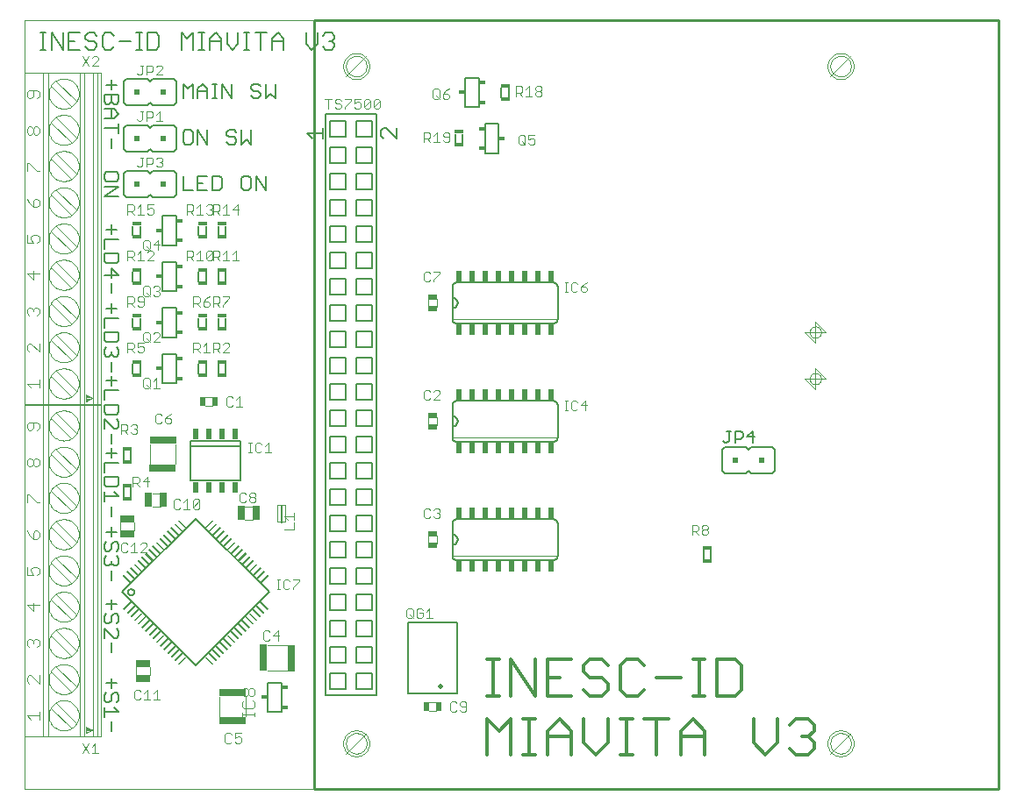
<source format=gto>
G75*
%MOIN*%
%OFA0B0*%
%FSLAX24Y24*%
%IPPOS*%
%LPD*%
%AMOC8*
5,1,8,0,0,1.08239X$1,22.5*
%
%ADD10C,0.0000*%
%ADD11C,0.0060*%
%ADD12C,0.0010*%
%ADD13C,0.0100*%
%ADD14C,0.0050*%
%ADD15C,0.0120*%
%ADD16C,0.0020*%
%ADD17R,0.0200X0.0450*%
%ADD18C,0.0040*%
%ADD19C,0.0080*%
%ADD20C,0.0067*%
%ADD21R,0.0396X0.0067*%
%ADD22C,0.0030*%
%ADD23R,0.0295X0.1024*%
%ADD24R,0.1024X0.0295*%
%ADD25R,0.0340X0.0160*%
%ADD26C,0.0200*%
%ADD27R,0.0197X0.0374*%
%ADD28R,0.0193X0.0433*%
%ADD29R,0.0240X0.0240*%
%ADD30R,0.0374X0.0197*%
%ADD31R,0.0295X0.0571*%
%ADD32R,0.0571X0.0295*%
%ADD33R,0.0230X0.0180*%
%ADD34C,0.0028*%
%ADD35R,0.0079X0.0157*%
D10*
X000942Y000150D02*
X000942Y029400D01*
X037942Y029400D01*
X037942Y000150D01*
X000942Y000150D01*
X013050Y001900D02*
X013052Y001944D01*
X013058Y001988D01*
X013068Y002031D01*
X013081Y002073D01*
X013099Y002113D01*
X013120Y002152D01*
X013144Y002189D01*
X013171Y002224D01*
X013202Y002256D01*
X013235Y002285D01*
X013271Y002311D01*
X013309Y002333D01*
X013349Y002352D01*
X013390Y002368D01*
X013433Y002380D01*
X013476Y002388D01*
X013520Y002392D01*
X013564Y002392D01*
X013608Y002388D01*
X013651Y002380D01*
X013694Y002368D01*
X013735Y002352D01*
X013775Y002333D01*
X013813Y002311D01*
X013849Y002285D01*
X013882Y002256D01*
X013913Y002224D01*
X013940Y002189D01*
X013964Y002152D01*
X013985Y002113D01*
X014003Y002073D01*
X014016Y002031D01*
X014026Y001988D01*
X014032Y001944D01*
X014034Y001900D01*
X014032Y001856D01*
X014026Y001812D01*
X014016Y001769D01*
X014003Y001727D01*
X013985Y001687D01*
X013964Y001648D01*
X013940Y001611D01*
X013913Y001576D01*
X013882Y001544D01*
X013849Y001515D01*
X013813Y001489D01*
X013775Y001467D01*
X013735Y001448D01*
X013694Y001432D01*
X013651Y001420D01*
X013608Y001412D01*
X013564Y001408D01*
X013520Y001408D01*
X013476Y001412D01*
X013433Y001420D01*
X013390Y001432D01*
X013349Y001448D01*
X013309Y001467D01*
X013271Y001489D01*
X013235Y001515D01*
X013202Y001544D01*
X013171Y001576D01*
X013144Y001611D01*
X013120Y001648D01*
X013099Y001687D01*
X013081Y001727D01*
X013068Y001769D01*
X013058Y001812D01*
X013052Y001856D01*
X013050Y001900D01*
X031450Y001900D02*
X031452Y001944D01*
X031458Y001988D01*
X031468Y002031D01*
X031481Y002073D01*
X031499Y002113D01*
X031520Y002152D01*
X031544Y002189D01*
X031571Y002224D01*
X031602Y002256D01*
X031635Y002285D01*
X031671Y002311D01*
X031709Y002333D01*
X031749Y002352D01*
X031790Y002368D01*
X031833Y002380D01*
X031876Y002388D01*
X031920Y002392D01*
X031964Y002392D01*
X032008Y002388D01*
X032051Y002380D01*
X032094Y002368D01*
X032135Y002352D01*
X032175Y002333D01*
X032213Y002311D01*
X032249Y002285D01*
X032282Y002256D01*
X032313Y002224D01*
X032340Y002189D01*
X032364Y002152D01*
X032385Y002113D01*
X032403Y002073D01*
X032416Y002031D01*
X032426Y001988D01*
X032432Y001944D01*
X032434Y001900D01*
X032432Y001856D01*
X032426Y001812D01*
X032416Y001769D01*
X032403Y001727D01*
X032385Y001687D01*
X032364Y001648D01*
X032340Y001611D01*
X032313Y001576D01*
X032282Y001544D01*
X032249Y001515D01*
X032213Y001489D01*
X032175Y001467D01*
X032135Y001448D01*
X032094Y001432D01*
X032051Y001420D01*
X032008Y001412D01*
X031964Y001408D01*
X031920Y001408D01*
X031876Y001412D01*
X031833Y001420D01*
X031790Y001432D01*
X031749Y001448D01*
X031709Y001467D01*
X031671Y001489D01*
X031635Y001515D01*
X031602Y001544D01*
X031571Y001576D01*
X031544Y001611D01*
X031520Y001648D01*
X031499Y001687D01*
X031481Y001727D01*
X031468Y001769D01*
X031458Y001812D01*
X031452Y001856D01*
X031450Y001900D01*
X030764Y015764D02*
X030766Y015793D01*
X030772Y015821D01*
X030781Y015849D01*
X030794Y015875D01*
X030811Y015898D01*
X030830Y015920D01*
X030852Y015939D01*
X030877Y015954D01*
X030903Y015967D01*
X030931Y015975D01*
X030959Y015980D01*
X030988Y015981D01*
X031017Y015978D01*
X031045Y015971D01*
X031072Y015961D01*
X031098Y015947D01*
X031121Y015930D01*
X031142Y015910D01*
X031160Y015887D01*
X031175Y015862D01*
X031186Y015835D01*
X031194Y015807D01*
X031198Y015778D01*
X031198Y015750D01*
X031194Y015721D01*
X031186Y015693D01*
X031175Y015666D01*
X031160Y015641D01*
X031142Y015618D01*
X031121Y015598D01*
X031098Y015581D01*
X031072Y015567D01*
X031045Y015557D01*
X031017Y015550D01*
X030988Y015547D01*
X030959Y015548D01*
X030931Y015553D01*
X030903Y015561D01*
X030877Y015574D01*
X030852Y015589D01*
X030830Y015608D01*
X030811Y015630D01*
X030794Y015653D01*
X030781Y015679D01*
X030772Y015707D01*
X030766Y015735D01*
X030764Y015764D01*
X030764Y017536D02*
X030766Y017565D01*
X030772Y017593D01*
X030781Y017621D01*
X030794Y017647D01*
X030811Y017670D01*
X030830Y017692D01*
X030852Y017711D01*
X030877Y017726D01*
X030903Y017739D01*
X030931Y017747D01*
X030959Y017752D01*
X030988Y017753D01*
X031017Y017750D01*
X031045Y017743D01*
X031072Y017733D01*
X031098Y017719D01*
X031121Y017702D01*
X031142Y017682D01*
X031160Y017659D01*
X031175Y017634D01*
X031186Y017607D01*
X031194Y017579D01*
X031198Y017550D01*
X031198Y017522D01*
X031194Y017493D01*
X031186Y017465D01*
X031175Y017438D01*
X031160Y017413D01*
X031142Y017390D01*
X031121Y017370D01*
X031098Y017353D01*
X031072Y017339D01*
X031045Y017329D01*
X031017Y017322D01*
X030988Y017319D01*
X030959Y017320D01*
X030931Y017325D01*
X030903Y017333D01*
X030877Y017346D01*
X030852Y017361D01*
X030830Y017380D01*
X030811Y017402D01*
X030794Y017425D01*
X030781Y017451D01*
X030772Y017479D01*
X030766Y017507D01*
X030764Y017536D01*
X031450Y027650D02*
X031452Y027694D01*
X031458Y027738D01*
X031468Y027781D01*
X031481Y027823D01*
X031499Y027863D01*
X031520Y027902D01*
X031544Y027939D01*
X031571Y027974D01*
X031602Y028006D01*
X031635Y028035D01*
X031671Y028061D01*
X031709Y028083D01*
X031749Y028102D01*
X031790Y028118D01*
X031833Y028130D01*
X031876Y028138D01*
X031920Y028142D01*
X031964Y028142D01*
X032008Y028138D01*
X032051Y028130D01*
X032094Y028118D01*
X032135Y028102D01*
X032175Y028083D01*
X032213Y028061D01*
X032249Y028035D01*
X032282Y028006D01*
X032313Y027974D01*
X032340Y027939D01*
X032364Y027902D01*
X032385Y027863D01*
X032403Y027823D01*
X032416Y027781D01*
X032426Y027738D01*
X032432Y027694D01*
X032434Y027650D01*
X032432Y027606D01*
X032426Y027562D01*
X032416Y027519D01*
X032403Y027477D01*
X032385Y027437D01*
X032364Y027398D01*
X032340Y027361D01*
X032313Y027326D01*
X032282Y027294D01*
X032249Y027265D01*
X032213Y027239D01*
X032175Y027217D01*
X032135Y027198D01*
X032094Y027182D01*
X032051Y027170D01*
X032008Y027162D01*
X031964Y027158D01*
X031920Y027158D01*
X031876Y027162D01*
X031833Y027170D01*
X031790Y027182D01*
X031749Y027198D01*
X031709Y027217D01*
X031671Y027239D01*
X031635Y027265D01*
X031602Y027294D01*
X031571Y027326D01*
X031544Y027361D01*
X031520Y027398D01*
X031499Y027437D01*
X031481Y027477D01*
X031468Y027519D01*
X031458Y027562D01*
X031452Y027606D01*
X031450Y027650D01*
X013050Y027650D02*
X013052Y027694D01*
X013058Y027738D01*
X013068Y027781D01*
X013081Y027823D01*
X013099Y027863D01*
X013120Y027902D01*
X013144Y027939D01*
X013171Y027974D01*
X013202Y028006D01*
X013235Y028035D01*
X013271Y028061D01*
X013309Y028083D01*
X013349Y028102D01*
X013390Y028118D01*
X013433Y028130D01*
X013476Y028138D01*
X013520Y028142D01*
X013564Y028142D01*
X013608Y028138D01*
X013651Y028130D01*
X013694Y028118D01*
X013735Y028102D01*
X013775Y028083D01*
X013813Y028061D01*
X013849Y028035D01*
X013882Y028006D01*
X013913Y027974D01*
X013940Y027939D01*
X013964Y027902D01*
X013985Y027863D01*
X014003Y027823D01*
X014016Y027781D01*
X014026Y027738D01*
X014032Y027694D01*
X014034Y027650D01*
X014032Y027606D01*
X014026Y027562D01*
X014016Y027519D01*
X014003Y027477D01*
X013985Y027437D01*
X013964Y027398D01*
X013940Y027361D01*
X013913Y027326D01*
X013882Y027294D01*
X013849Y027265D01*
X013813Y027239D01*
X013775Y027217D01*
X013735Y027198D01*
X013694Y027182D01*
X013651Y027170D01*
X013608Y027162D01*
X013564Y027158D01*
X013520Y027158D01*
X013476Y027162D01*
X013433Y027170D01*
X013390Y027182D01*
X013349Y027198D01*
X013309Y027217D01*
X013271Y027239D01*
X013235Y027265D01*
X013202Y027294D01*
X013171Y027326D01*
X013144Y027361D01*
X013120Y027398D01*
X013099Y027437D01*
X013081Y027477D01*
X013068Y027519D01*
X013058Y027562D01*
X013052Y027606D01*
X013050Y027650D01*
D11*
X012601Y028276D02*
X012388Y028276D01*
X012281Y028383D01*
X012064Y028490D02*
X012064Y028917D01*
X012281Y028810D02*
X012388Y028917D01*
X012601Y028917D01*
X012708Y028810D01*
X012708Y028703D01*
X012601Y028597D01*
X012708Y028490D01*
X012708Y028383D01*
X012601Y028276D01*
X012601Y028597D02*
X012495Y028597D01*
X012064Y028490D02*
X011850Y028276D01*
X011637Y028490D01*
X011637Y028917D01*
X010774Y028703D02*
X010774Y028276D01*
X010774Y028597D02*
X010347Y028597D01*
X010347Y028703D02*
X010561Y028917D01*
X010774Y028703D01*
X010347Y028703D02*
X010347Y028276D01*
X009916Y028276D02*
X009916Y028917D01*
X009703Y028917D02*
X010130Y028917D01*
X009487Y028917D02*
X009273Y028917D01*
X009380Y028917D02*
X009380Y028276D01*
X009273Y028276D02*
X009487Y028276D01*
X009056Y028490D02*
X009056Y028917D01*
X009056Y028490D02*
X008842Y028276D01*
X008629Y028490D01*
X008629Y028917D01*
X008411Y028703D02*
X008411Y028276D01*
X008411Y028597D02*
X007984Y028597D01*
X007984Y028703D02*
X008198Y028917D01*
X008411Y028703D01*
X007984Y028703D02*
X007984Y028276D01*
X007768Y028276D02*
X007554Y028276D01*
X007661Y028276D02*
X007661Y028917D01*
X007554Y028917D02*
X007768Y028917D01*
X007337Y028917D02*
X007337Y028276D01*
X006910Y028276D02*
X006910Y028917D01*
X007123Y028703D01*
X007337Y028917D01*
X006048Y028810D02*
X006048Y028383D01*
X005941Y028276D01*
X005621Y028276D01*
X005621Y028917D01*
X005941Y028917D01*
X006048Y028810D01*
X005405Y028917D02*
X005191Y028917D01*
X005298Y028917D02*
X005298Y028276D01*
X005191Y028276D02*
X005405Y028276D01*
X004974Y028597D02*
X004546Y028597D01*
X004329Y028810D02*
X004222Y028917D01*
X004009Y028917D01*
X003902Y028810D01*
X003902Y028383D01*
X004009Y028276D01*
X004222Y028276D01*
X004329Y028383D01*
X003684Y028383D02*
X003684Y028490D01*
X003578Y028597D01*
X003364Y028597D01*
X003257Y028703D01*
X003257Y028810D01*
X003364Y028917D01*
X003578Y028917D01*
X003684Y028810D01*
X003684Y028383D02*
X003578Y028276D01*
X003364Y028276D01*
X003257Y028383D01*
X003040Y028276D02*
X002613Y028276D01*
X002613Y028917D01*
X003040Y028917D01*
X002826Y028597D02*
X002613Y028597D01*
X002395Y028917D02*
X002395Y028276D01*
X001968Y028917D01*
X001968Y028276D01*
X001752Y028276D02*
X001539Y028276D01*
X001645Y028276D02*
X001645Y028917D01*
X001539Y028917D02*
X001752Y028917D01*
X004692Y027050D02*
X004692Y026250D01*
X004792Y026150D01*
X005592Y026150D01*
X005692Y026250D01*
X005792Y026150D01*
X006592Y026150D01*
X006692Y026250D01*
X006692Y027050D01*
X006592Y027150D01*
X005792Y027150D01*
X005692Y027050D01*
X005592Y027150D01*
X004792Y027150D01*
X004692Y027050D01*
X004792Y025400D02*
X005592Y025400D01*
X005692Y025300D01*
X005792Y025400D01*
X006592Y025400D01*
X006692Y025300D01*
X006692Y024500D01*
X006592Y024400D01*
X005792Y024400D01*
X005692Y024500D01*
X005592Y024400D01*
X004792Y024400D01*
X004692Y024500D01*
X004692Y025300D01*
X004792Y025400D01*
X004792Y023650D02*
X004692Y023550D01*
X004692Y022750D01*
X004792Y022650D01*
X005592Y022650D01*
X005692Y022750D01*
X005792Y022650D01*
X006592Y022650D01*
X006692Y022750D01*
X006692Y023550D01*
X006592Y023650D01*
X005792Y023650D01*
X005692Y023550D01*
X005592Y023650D01*
X004792Y023650D01*
X006182Y021960D02*
X006182Y020840D01*
X006702Y020840D01*
X006702Y021960D01*
X006182Y021960D01*
X005332Y021570D02*
X005332Y021230D01*
X005052Y021230D02*
X005052Y021570D01*
X006182Y020210D02*
X006182Y019090D01*
X006702Y019090D01*
X006702Y020210D01*
X006182Y020210D01*
X005332Y019820D02*
X005332Y019480D01*
X005052Y019480D02*
X005052Y019820D01*
X006182Y018460D02*
X006182Y017340D01*
X006702Y017340D01*
X006702Y018460D01*
X006182Y018460D01*
X005332Y018070D02*
X005332Y017730D01*
X005052Y017730D02*
X005052Y018070D01*
X006182Y016710D02*
X006182Y015590D01*
X006702Y015590D01*
X006702Y016710D01*
X006182Y016710D01*
X005332Y016320D02*
X005332Y015980D01*
X005052Y015980D02*
X005052Y016320D01*
X007552Y016320D02*
X007552Y015980D01*
X007832Y015980D02*
X007832Y016320D01*
X008302Y016320D02*
X008302Y015980D01*
X008582Y015980D02*
X008582Y016320D01*
X008582Y017730D02*
X008582Y018070D01*
X008302Y018070D02*
X008302Y017730D01*
X007832Y017730D02*
X007832Y018070D01*
X007552Y018070D02*
X007552Y017730D01*
X007552Y019480D02*
X007552Y019820D01*
X007832Y019820D02*
X007832Y019480D01*
X008302Y019480D02*
X008302Y019820D01*
X008582Y019820D02*
X008582Y019480D01*
X008582Y021230D02*
X008582Y021570D01*
X008302Y021570D02*
X008302Y021230D01*
X007832Y021230D02*
X007832Y021570D01*
X007552Y021570D02*
X007552Y021230D01*
X017192Y019270D02*
X017192Y018850D01*
X017192Y018450D01*
X017192Y018030D01*
X017194Y018007D01*
X017199Y017984D01*
X017208Y017962D01*
X017221Y017942D01*
X017236Y017924D01*
X017254Y017909D01*
X017274Y017896D01*
X017296Y017887D01*
X017319Y017882D01*
X017342Y017880D01*
X021042Y017880D01*
X021065Y017882D01*
X021088Y017887D01*
X021110Y017896D01*
X021130Y017909D01*
X021148Y017924D01*
X021163Y017942D01*
X021176Y017962D01*
X021185Y017984D01*
X021190Y018007D01*
X021192Y018030D01*
X021192Y019270D01*
X021190Y019293D01*
X021185Y019316D01*
X021176Y019338D01*
X021163Y019358D01*
X021148Y019376D01*
X021130Y019391D01*
X021110Y019404D01*
X021088Y019413D01*
X021065Y019418D01*
X021042Y019420D01*
X017342Y019420D01*
X017319Y019418D01*
X017296Y019413D01*
X017274Y019404D01*
X017254Y019391D01*
X017236Y019376D01*
X017221Y019358D01*
X017208Y019338D01*
X017199Y019316D01*
X017194Y019293D01*
X017192Y019270D01*
X017192Y018850D02*
X017219Y018848D01*
X017246Y018843D01*
X017272Y018833D01*
X017296Y018821D01*
X017318Y018805D01*
X017338Y018787D01*
X017355Y018765D01*
X017370Y018742D01*
X017380Y018717D01*
X017388Y018691D01*
X017392Y018664D01*
X017392Y018636D01*
X017388Y018609D01*
X017380Y018583D01*
X017370Y018558D01*
X017355Y018535D01*
X017338Y018513D01*
X017318Y018495D01*
X017296Y018479D01*
X017272Y018467D01*
X017246Y018457D01*
X017219Y018452D01*
X017192Y018450D01*
X017342Y014920D02*
X021042Y014920D01*
X021065Y014918D01*
X021088Y014913D01*
X021110Y014904D01*
X021130Y014891D01*
X021148Y014876D01*
X021163Y014858D01*
X021176Y014838D01*
X021185Y014816D01*
X021190Y014793D01*
X021192Y014770D01*
X021192Y013530D01*
X021190Y013507D01*
X021185Y013484D01*
X021176Y013462D01*
X021163Y013442D01*
X021148Y013424D01*
X021130Y013409D01*
X021110Y013396D01*
X021088Y013387D01*
X021065Y013382D01*
X021042Y013380D01*
X017342Y013380D01*
X017319Y013382D01*
X017296Y013387D01*
X017274Y013396D01*
X017254Y013409D01*
X017236Y013424D01*
X017221Y013442D01*
X017208Y013462D01*
X017199Y013484D01*
X017194Y013507D01*
X017192Y013530D01*
X017192Y013950D01*
X017192Y014350D01*
X017192Y014770D01*
X017194Y014793D01*
X017199Y014816D01*
X017208Y014838D01*
X017221Y014858D01*
X017236Y014876D01*
X017254Y014891D01*
X017274Y014904D01*
X017296Y014913D01*
X017319Y014918D01*
X017342Y014920D01*
X017192Y014350D02*
X017219Y014348D01*
X017246Y014343D01*
X017272Y014333D01*
X017296Y014321D01*
X017318Y014305D01*
X017338Y014287D01*
X017355Y014265D01*
X017370Y014242D01*
X017380Y014217D01*
X017388Y014191D01*
X017392Y014164D01*
X017392Y014136D01*
X017388Y014109D01*
X017380Y014083D01*
X017370Y014058D01*
X017355Y014035D01*
X017338Y014013D01*
X017318Y013995D01*
X017296Y013979D01*
X017272Y013967D01*
X017246Y013957D01*
X017219Y013952D01*
X017192Y013950D01*
X017342Y010420D02*
X021042Y010420D01*
X021065Y010418D01*
X021088Y010413D01*
X021110Y010404D01*
X021130Y010391D01*
X021148Y010376D01*
X021163Y010358D01*
X021176Y010338D01*
X021185Y010316D01*
X021190Y010293D01*
X021192Y010270D01*
X021192Y009030D01*
X021190Y009007D01*
X021185Y008984D01*
X021176Y008962D01*
X021163Y008942D01*
X021148Y008924D01*
X021130Y008909D01*
X021110Y008896D01*
X021088Y008887D01*
X021065Y008882D01*
X021042Y008880D01*
X017342Y008880D01*
X017319Y008882D01*
X017296Y008887D01*
X017274Y008896D01*
X017254Y008909D01*
X017236Y008924D01*
X017221Y008942D01*
X017208Y008962D01*
X017199Y008984D01*
X017194Y009007D01*
X017192Y009030D01*
X017192Y009450D01*
X017192Y009850D01*
X017192Y010270D01*
X017194Y010293D01*
X017199Y010316D01*
X017208Y010338D01*
X017221Y010358D01*
X017236Y010376D01*
X017254Y010391D01*
X017274Y010404D01*
X017296Y010413D01*
X017319Y010418D01*
X017342Y010420D01*
X017192Y009850D02*
X017219Y009848D01*
X017246Y009843D01*
X017272Y009833D01*
X017296Y009821D01*
X017318Y009805D01*
X017338Y009787D01*
X017355Y009765D01*
X017370Y009742D01*
X017380Y009717D01*
X017388Y009691D01*
X017392Y009664D01*
X017392Y009636D01*
X017388Y009609D01*
X017380Y009583D01*
X017370Y009558D01*
X017355Y009535D01*
X017338Y009513D01*
X017318Y009495D01*
X017296Y009479D01*
X017272Y009467D01*
X017246Y009457D01*
X017219Y009452D01*
X017192Y009450D01*
X010702Y004210D02*
X010182Y004210D01*
X010182Y003990D01*
X010182Y004210D02*
X010502Y004210D01*
X010702Y004210D02*
X010702Y003090D01*
X010182Y003090D01*
X010182Y003310D01*
X010182Y003090D02*
X010502Y003090D01*
X010182Y003090D02*
X010182Y004210D01*
X004982Y011280D02*
X004982Y011620D01*
X004702Y011620D02*
X004702Y011280D01*
X004702Y012680D02*
X004702Y013020D01*
X004982Y013020D02*
X004982Y012680D01*
X018432Y024340D02*
X018432Y025460D01*
X018952Y025460D01*
X018952Y024340D01*
X018432Y024340D01*
X017582Y024730D02*
X017582Y025070D01*
X017302Y025070D02*
X017302Y024730D01*
X017682Y026090D02*
X017682Y026310D01*
X017682Y026090D02*
X018002Y026090D01*
X018202Y026090D02*
X017682Y026090D01*
X017682Y027210D01*
X017682Y026990D01*
X017682Y027210D02*
X018002Y027210D01*
X018202Y027210D02*
X018202Y026090D01*
X019052Y026480D02*
X019052Y026820D01*
X019332Y026820D02*
X019332Y026480D01*
X018202Y027210D02*
X017682Y027210D01*
X027542Y013150D02*
X027442Y013050D01*
X027442Y012250D01*
X027542Y012150D01*
X028342Y012150D01*
X028442Y012250D01*
X028542Y012150D01*
X029342Y012150D01*
X029442Y012250D01*
X029442Y013050D01*
X029342Y013150D01*
X028542Y013150D01*
X028442Y013050D01*
X028342Y013150D01*
X027542Y013150D01*
X027012Y009255D02*
X027012Y008915D01*
X026732Y008915D02*
X026732Y009255D01*
D12*
X030581Y015764D02*
X031381Y015764D01*
X030981Y016164D01*
X030981Y015364D01*
X030581Y015764D01*
X030581Y017536D02*
X031381Y017536D01*
X030981Y017936D01*
X030981Y017136D01*
X030581Y017536D01*
X031552Y027650D02*
X031554Y027689D01*
X031560Y027727D01*
X031569Y027765D01*
X031583Y027801D01*
X031599Y027837D01*
X031620Y027870D01*
X031643Y027901D01*
X031670Y027929D01*
X031699Y027955D01*
X031730Y027978D01*
X031764Y027997D01*
X031800Y028013D01*
X031836Y028025D01*
X031874Y028034D01*
X031913Y028039D01*
X031952Y028040D01*
X031990Y028037D01*
X032029Y028030D01*
X032066Y028020D01*
X032102Y028005D01*
X032137Y027988D01*
X032170Y027967D01*
X032200Y027942D01*
X032228Y027915D01*
X032253Y027885D01*
X032275Y027853D01*
X032293Y027819D01*
X032308Y027783D01*
X032320Y027746D01*
X032328Y027708D01*
X032332Y027669D01*
X032332Y027631D01*
X032328Y027592D01*
X032320Y027554D01*
X032308Y027517D01*
X032293Y027481D01*
X032275Y027447D01*
X032253Y027415D01*
X032228Y027385D01*
X032200Y027358D01*
X032170Y027333D01*
X032137Y027312D01*
X032102Y027295D01*
X032066Y027280D01*
X032029Y027270D01*
X031990Y027263D01*
X031952Y027260D01*
X031913Y027261D01*
X031874Y027266D01*
X031836Y027275D01*
X031800Y027287D01*
X031764Y027303D01*
X031730Y027322D01*
X031699Y027345D01*
X031670Y027371D01*
X031643Y027399D01*
X031620Y027430D01*
X031599Y027463D01*
X031583Y027499D01*
X031569Y027535D01*
X031560Y027573D01*
X031554Y027611D01*
X031552Y027650D01*
X031542Y027250D02*
X032342Y028050D01*
X013152Y027650D02*
X013154Y027689D01*
X013160Y027727D01*
X013169Y027765D01*
X013183Y027801D01*
X013199Y027837D01*
X013220Y027870D01*
X013243Y027901D01*
X013270Y027929D01*
X013299Y027955D01*
X013330Y027978D01*
X013364Y027997D01*
X013400Y028013D01*
X013436Y028025D01*
X013474Y028034D01*
X013513Y028039D01*
X013552Y028040D01*
X013590Y028037D01*
X013629Y028030D01*
X013666Y028020D01*
X013702Y028005D01*
X013737Y027988D01*
X013770Y027967D01*
X013800Y027942D01*
X013828Y027915D01*
X013853Y027885D01*
X013875Y027853D01*
X013893Y027819D01*
X013908Y027783D01*
X013920Y027746D01*
X013928Y027708D01*
X013932Y027669D01*
X013932Y027631D01*
X013928Y027592D01*
X013920Y027554D01*
X013908Y027517D01*
X013893Y027481D01*
X013875Y027447D01*
X013853Y027415D01*
X013828Y027385D01*
X013800Y027358D01*
X013770Y027333D01*
X013737Y027312D01*
X013702Y027295D01*
X013666Y027280D01*
X013629Y027270D01*
X013590Y027263D01*
X013552Y027260D01*
X013513Y027261D01*
X013474Y027266D01*
X013436Y027275D01*
X013400Y027287D01*
X013364Y027303D01*
X013330Y027322D01*
X013299Y027345D01*
X013270Y027371D01*
X013243Y027399D01*
X013220Y027430D01*
X013199Y027463D01*
X013183Y027499D01*
X013169Y027535D01*
X013160Y027573D01*
X013154Y027611D01*
X013152Y027650D01*
X013142Y027250D02*
X013942Y028050D01*
X013152Y001900D02*
X013154Y001939D01*
X013160Y001977D01*
X013169Y002015D01*
X013183Y002051D01*
X013199Y002087D01*
X013220Y002120D01*
X013243Y002151D01*
X013270Y002179D01*
X013299Y002205D01*
X013330Y002228D01*
X013364Y002247D01*
X013400Y002263D01*
X013436Y002275D01*
X013474Y002284D01*
X013513Y002289D01*
X013552Y002290D01*
X013590Y002287D01*
X013629Y002280D01*
X013666Y002270D01*
X013702Y002255D01*
X013737Y002238D01*
X013770Y002217D01*
X013800Y002192D01*
X013828Y002165D01*
X013853Y002135D01*
X013875Y002103D01*
X013893Y002069D01*
X013908Y002033D01*
X013920Y001996D01*
X013928Y001958D01*
X013932Y001919D01*
X013932Y001881D01*
X013928Y001842D01*
X013920Y001804D01*
X013908Y001767D01*
X013893Y001731D01*
X013875Y001697D01*
X013853Y001665D01*
X013828Y001635D01*
X013800Y001608D01*
X013770Y001583D01*
X013737Y001562D01*
X013702Y001545D01*
X013666Y001530D01*
X013629Y001520D01*
X013590Y001513D01*
X013552Y001510D01*
X013513Y001511D01*
X013474Y001516D01*
X013436Y001525D01*
X013400Y001537D01*
X013364Y001553D01*
X013330Y001572D01*
X013299Y001595D01*
X013270Y001621D01*
X013243Y001649D01*
X013220Y001680D01*
X013199Y001713D01*
X013183Y001749D01*
X013169Y001785D01*
X013160Y001823D01*
X013154Y001861D01*
X013152Y001900D01*
X013142Y001500D02*
X013942Y002300D01*
X031552Y001900D02*
X031554Y001939D01*
X031560Y001977D01*
X031569Y002015D01*
X031583Y002051D01*
X031599Y002087D01*
X031620Y002120D01*
X031643Y002151D01*
X031670Y002179D01*
X031699Y002205D01*
X031730Y002228D01*
X031764Y002247D01*
X031800Y002263D01*
X031836Y002275D01*
X031874Y002284D01*
X031913Y002289D01*
X031952Y002290D01*
X031990Y002287D01*
X032029Y002280D01*
X032066Y002270D01*
X032102Y002255D01*
X032137Y002238D01*
X032170Y002217D01*
X032200Y002192D01*
X032228Y002165D01*
X032253Y002135D01*
X032275Y002103D01*
X032293Y002069D01*
X032308Y002033D01*
X032320Y001996D01*
X032328Y001958D01*
X032332Y001919D01*
X032332Y001881D01*
X032328Y001842D01*
X032320Y001804D01*
X032308Y001767D01*
X032293Y001731D01*
X032275Y001697D01*
X032253Y001665D01*
X032228Y001635D01*
X032200Y001608D01*
X032170Y001583D01*
X032137Y001562D01*
X032102Y001545D01*
X032066Y001530D01*
X032029Y001520D01*
X031990Y001513D01*
X031952Y001510D01*
X031913Y001511D01*
X031874Y001516D01*
X031836Y001525D01*
X031800Y001537D01*
X031764Y001553D01*
X031730Y001572D01*
X031699Y001595D01*
X031670Y001621D01*
X031643Y001649D01*
X031620Y001680D01*
X031599Y001713D01*
X031583Y001749D01*
X031569Y001785D01*
X031560Y001823D01*
X031554Y001861D01*
X031552Y001900D01*
X031542Y001500D02*
X032342Y002300D01*
D13*
X037942Y000150D02*
X011942Y000150D01*
X011942Y029400D01*
X037942Y029400D01*
X037942Y000150D01*
D14*
X028613Y013325D02*
X028613Y013775D01*
X028387Y013550D01*
X028688Y013550D01*
X028227Y013550D02*
X028227Y013700D01*
X028152Y013775D01*
X027927Y013775D01*
X027927Y013325D01*
X027927Y013475D02*
X028152Y013475D01*
X028227Y013550D01*
X027767Y013775D02*
X027617Y013775D01*
X027692Y013775D02*
X027692Y013400D01*
X027617Y013325D01*
X027542Y013325D01*
X027467Y013400D01*
X015077Y024892D02*
X014670Y025299D01*
X014568Y025299D01*
X014466Y025198D01*
X014466Y024994D01*
X014568Y024892D01*
X015077Y024892D02*
X015077Y025299D01*
X012277Y025299D02*
X012277Y024892D01*
X012277Y025096D02*
X011666Y025096D01*
X011870Y024892D01*
X010096Y023475D02*
X010096Y022925D01*
X009729Y023475D01*
X009729Y022925D01*
X009544Y023017D02*
X009544Y023384D01*
X009452Y023475D01*
X009268Y023475D01*
X009177Y023384D01*
X009177Y023017D01*
X009268Y022925D01*
X009452Y022925D01*
X009544Y023017D01*
X008439Y023017D02*
X008439Y023384D01*
X008347Y023475D01*
X008072Y023475D01*
X008072Y022925D01*
X008347Y022925D01*
X008439Y023017D01*
X007886Y022925D02*
X007519Y022925D01*
X007519Y023475D01*
X007886Y023475D01*
X007703Y023200D02*
X007519Y023200D01*
X007334Y022925D02*
X006967Y022925D01*
X006967Y023475D01*
X007058Y024675D02*
X007242Y024675D01*
X007334Y024767D01*
X007334Y025134D01*
X007242Y025225D01*
X007058Y025225D01*
X006967Y025134D01*
X006967Y024767D01*
X007058Y024675D01*
X007519Y024675D02*
X007519Y025225D01*
X007886Y024675D01*
X007886Y025225D01*
X008624Y025134D02*
X008624Y025042D01*
X008716Y024950D01*
X008899Y024950D01*
X008991Y024858D01*
X008991Y024767D01*
X008899Y024675D01*
X008716Y024675D01*
X008624Y024767D01*
X008624Y025134D02*
X008716Y025225D01*
X008899Y025225D01*
X008991Y025134D01*
X009177Y025225D02*
X009177Y024675D01*
X009360Y024858D01*
X009544Y024675D01*
X009544Y025225D01*
X009637Y026425D02*
X009545Y026517D01*
X009637Y026425D02*
X009820Y026425D01*
X009912Y026517D01*
X009912Y026608D01*
X009820Y026700D01*
X009637Y026700D01*
X009545Y026792D01*
X009545Y026884D01*
X009637Y026975D01*
X009820Y026975D01*
X009912Y026884D01*
X010097Y026975D02*
X010097Y026425D01*
X010281Y026608D01*
X010464Y026425D01*
X010464Y026975D01*
X008807Y026975D02*
X008807Y026425D01*
X008440Y026975D01*
X008440Y026425D01*
X008255Y026425D02*
X008072Y026425D01*
X008163Y026425D02*
X008163Y026975D01*
X008072Y026975D02*
X008255Y026975D01*
X007886Y026792D02*
X007886Y026425D01*
X007886Y026700D02*
X007519Y026700D01*
X007519Y026792D02*
X007519Y026425D01*
X007334Y026425D02*
X007334Y026975D01*
X007150Y026792D01*
X006967Y026975D01*
X006967Y026425D01*
X007519Y026792D02*
X007703Y026975D01*
X007886Y026792D01*
X004517Y026573D02*
X004517Y026297D01*
X004425Y026206D01*
X004334Y026206D01*
X004242Y026297D01*
X004242Y026573D01*
X004242Y026758D02*
X004242Y027125D01*
X004425Y026942D02*
X004058Y026942D01*
X003967Y026573D02*
X003967Y026297D01*
X004058Y026206D01*
X004150Y026206D01*
X004242Y026297D01*
X004242Y026020D02*
X004242Y025653D01*
X004334Y025653D02*
X003967Y025653D01*
X004334Y025653D02*
X004517Y025837D01*
X004334Y026020D01*
X003967Y026020D01*
X003967Y026573D02*
X004517Y026573D01*
X004517Y025468D02*
X004517Y025101D01*
X004517Y025284D02*
X003967Y025284D01*
X004242Y024915D02*
X004242Y024548D01*
X004425Y023625D02*
X004058Y023625D01*
X003967Y023533D01*
X003967Y023350D01*
X004058Y023258D01*
X004425Y023258D01*
X004517Y023350D01*
X004517Y023533D01*
X004425Y023625D01*
X004517Y023073D02*
X003967Y023073D01*
X003967Y022706D02*
X004517Y022706D01*
X004517Y023073D02*
X003967Y022706D01*
X004242Y021625D02*
X004242Y021258D01*
X004425Y021442D02*
X004058Y021442D01*
X003967Y021073D02*
X003967Y020706D01*
X003967Y020520D02*
X003967Y020245D01*
X004058Y020153D01*
X004425Y020153D01*
X004517Y020245D01*
X004517Y020520D01*
X003967Y020520D01*
X003967Y021073D02*
X004517Y021073D01*
X004242Y019968D02*
X004242Y019601D01*
X004242Y019415D02*
X004242Y019048D01*
X004242Y018625D02*
X004242Y018258D01*
X004425Y018442D02*
X004058Y018442D01*
X003967Y018073D02*
X003967Y017706D01*
X003967Y017520D02*
X003967Y017245D01*
X004058Y017153D01*
X004425Y017153D01*
X004517Y017245D01*
X004517Y017520D01*
X003967Y017520D01*
X003967Y018073D02*
X004517Y018073D01*
X004425Y016968D02*
X004517Y016876D01*
X004517Y016692D01*
X004425Y016601D01*
X004334Y016601D01*
X004242Y016692D01*
X004150Y016601D01*
X004058Y016601D01*
X003967Y016692D01*
X003967Y016876D01*
X004058Y016968D01*
X004242Y016784D02*
X004242Y016692D01*
X004242Y016415D02*
X004242Y016048D01*
X004242Y015875D02*
X004242Y015508D01*
X004425Y015692D02*
X004058Y015692D01*
X003967Y015323D02*
X003967Y014956D01*
X003967Y014770D02*
X003967Y014495D01*
X004058Y014403D01*
X004425Y014403D01*
X004517Y014495D01*
X004517Y014770D01*
X003967Y014770D01*
X003967Y014218D02*
X004334Y013851D01*
X004425Y013851D01*
X004517Y013942D01*
X004517Y014126D01*
X004425Y014218D01*
X003967Y014218D02*
X003967Y013851D01*
X004242Y013665D02*
X004242Y013298D01*
X004242Y013125D02*
X004242Y012758D01*
X004425Y012942D02*
X004058Y012942D01*
X003967Y012573D02*
X003967Y012206D01*
X003967Y012020D02*
X003967Y011745D01*
X004058Y011653D01*
X004425Y011653D01*
X004517Y011745D01*
X004517Y012020D01*
X003967Y012020D01*
X003967Y011468D02*
X003967Y011101D01*
X003967Y011284D02*
X004517Y011284D01*
X004334Y011468D01*
X004242Y010915D02*
X004242Y010548D01*
X004242Y010125D02*
X004242Y009758D01*
X004334Y009573D02*
X004242Y009481D01*
X004242Y009297D01*
X004150Y009206D01*
X004058Y009206D01*
X003967Y009297D01*
X003967Y009481D01*
X004058Y009573D01*
X004334Y009573D02*
X004425Y009573D01*
X004517Y009481D01*
X004517Y009297D01*
X004425Y009206D01*
X004425Y009020D02*
X004517Y008928D01*
X004517Y008745D01*
X004425Y008653D01*
X004334Y008653D01*
X004242Y008745D01*
X004150Y008653D01*
X004058Y008653D01*
X003967Y008745D01*
X003967Y008928D01*
X004058Y009020D01*
X004242Y008837D02*
X004242Y008745D01*
X004242Y008468D02*
X004242Y008101D01*
X004242Y007375D02*
X004242Y007008D01*
X004334Y006823D02*
X004242Y006731D01*
X004242Y006547D01*
X004150Y006456D01*
X004058Y006456D01*
X003967Y006547D01*
X003967Y006731D01*
X004058Y006823D01*
X004334Y006823D02*
X004425Y006823D01*
X004517Y006731D01*
X004517Y006547D01*
X004425Y006456D01*
X004425Y006270D02*
X004517Y006178D01*
X004517Y005995D01*
X004425Y005903D01*
X004334Y005903D01*
X003967Y006270D01*
X003967Y005903D01*
X004242Y005718D02*
X004242Y005351D01*
X004242Y004375D02*
X004242Y004008D01*
X004334Y003823D02*
X004242Y003731D01*
X004242Y003547D01*
X004150Y003456D01*
X004058Y003456D01*
X003967Y003547D01*
X003967Y003731D01*
X004058Y003823D01*
X004334Y003823D02*
X004425Y003823D01*
X004517Y003731D01*
X004517Y003547D01*
X004425Y003456D01*
X004334Y003270D02*
X004517Y003087D01*
X003967Y003087D01*
X003967Y003270D02*
X003967Y002903D01*
X004242Y002718D02*
X004242Y002351D01*
X004425Y004192D02*
X004058Y004192D01*
X004058Y007192D02*
X004425Y007192D01*
X004425Y009942D02*
X004058Y009942D01*
X003967Y012573D02*
X004517Y012573D01*
X004517Y015323D02*
X003967Y015323D01*
X003967Y019692D02*
X004517Y019692D01*
X004242Y019968D01*
X010692Y010926D02*
X010692Y010296D01*
D15*
X018502Y005091D02*
X018962Y005091D01*
X018732Y005091D02*
X018732Y003710D01*
X018502Y003710D02*
X018962Y003710D01*
X019422Y003710D02*
X019422Y005091D01*
X020343Y003710D01*
X020343Y005091D01*
X020804Y005091D02*
X020804Y003710D01*
X021724Y003710D01*
X022185Y003940D02*
X022415Y003710D01*
X022875Y003710D01*
X023106Y003940D01*
X023106Y004170D01*
X022875Y004401D01*
X022415Y004401D01*
X022185Y004631D01*
X022185Y004861D01*
X022415Y005091D01*
X022875Y005091D01*
X023106Y004861D01*
X023566Y004861D02*
X023796Y005091D01*
X024257Y005091D01*
X024487Y004861D01*
X024947Y004401D02*
X025868Y004401D01*
X026328Y003710D02*
X026789Y003710D01*
X026559Y003710D02*
X026559Y005091D01*
X026789Y005091D02*
X026328Y005091D01*
X027249Y005091D02*
X027940Y005091D01*
X028170Y004861D01*
X028170Y003940D01*
X027940Y003710D01*
X027249Y003710D01*
X027249Y005091D01*
X024487Y003940D02*
X024257Y003710D01*
X023796Y003710D01*
X023566Y003940D01*
X023566Y004861D01*
X021724Y005091D02*
X020804Y005091D01*
X020804Y004401D02*
X021264Y004401D01*
X021264Y002841D02*
X021724Y002381D01*
X021724Y001460D01*
X022185Y001920D02*
X022645Y001460D01*
X023106Y001920D01*
X023106Y002841D01*
X023566Y002841D02*
X024026Y002841D01*
X023796Y002841D02*
X023796Y001460D01*
X023566Y001460D02*
X024026Y001460D01*
X024947Y001460D02*
X024947Y002841D01*
X024487Y002841D02*
X025408Y002841D01*
X025868Y002381D02*
X026328Y002841D01*
X026789Y002381D01*
X026789Y001460D01*
X026789Y002151D02*
X025868Y002151D01*
X025868Y002381D02*
X025868Y001460D01*
X028630Y001920D02*
X029091Y001460D01*
X029551Y001920D01*
X029551Y002841D01*
X030011Y002611D02*
X030242Y002841D01*
X030702Y002841D01*
X030932Y002611D01*
X030932Y002381D01*
X030702Y002151D01*
X030932Y001920D01*
X030932Y001690D01*
X030702Y001460D01*
X030242Y001460D01*
X030011Y001690D01*
X030472Y002151D02*
X030702Y002151D01*
X028630Y001920D02*
X028630Y002841D01*
X022185Y002841D02*
X022185Y001920D01*
X021724Y002151D02*
X020804Y002151D01*
X020804Y002381D02*
X021264Y002841D01*
X020804Y002381D02*
X020804Y001460D01*
X020343Y001460D02*
X019883Y001460D01*
X020113Y001460D02*
X020113Y002841D01*
X019883Y002841D02*
X020343Y002841D01*
X019422Y002841D02*
X019422Y001460D01*
X018502Y001460D02*
X018502Y002841D01*
X018962Y002381D01*
X019422Y002841D01*
D16*
X021192Y009020D02*
X017192Y009020D01*
X017192Y013520D02*
X021192Y013520D01*
X021192Y018020D02*
X017192Y018020D01*
D17*
X017442Y017655D03*
X017942Y017655D03*
X018442Y017665D03*
X018942Y017655D03*
X019442Y017655D03*
X019942Y017655D03*
X020442Y017655D03*
X020942Y017655D03*
X020942Y019645D03*
X020442Y019645D03*
X019942Y019645D03*
X019442Y019645D03*
X018942Y019645D03*
X018442Y019645D03*
X017942Y019645D03*
X017442Y019645D03*
X017442Y015145D03*
X017942Y015145D03*
X018442Y015145D03*
X018942Y015145D03*
X019442Y015145D03*
X019942Y015145D03*
X020442Y015145D03*
X020942Y015145D03*
X020942Y013155D03*
X020442Y013155D03*
X019942Y013155D03*
X019442Y013155D03*
X018942Y013155D03*
X018442Y013165D03*
X017942Y013155D03*
X017442Y013155D03*
X017442Y010645D03*
X017942Y010645D03*
X018442Y010645D03*
X018942Y010645D03*
X019442Y010645D03*
X019942Y010645D03*
X020442Y010645D03*
X020942Y010645D03*
X020942Y008655D03*
X020442Y008655D03*
X019942Y008655D03*
X019442Y008655D03*
X018942Y008655D03*
X018442Y008665D03*
X017942Y008655D03*
X017442Y008655D03*
D18*
X016612Y009510D02*
X016612Y009790D01*
X016277Y009790D02*
X016277Y009510D01*
X010922Y005640D02*
X010162Y005640D01*
X010162Y004660D02*
X010922Y004660D01*
X009672Y003918D02*
X009672Y003764D01*
X009595Y003687D01*
X009518Y003687D01*
X009441Y003764D01*
X009441Y003918D01*
X009518Y003994D01*
X009595Y003994D01*
X009672Y003918D01*
X009441Y003918D02*
X009365Y003994D01*
X009288Y003994D01*
X009211Y003918D01*
X009211Y003764D01*
X009288Y003687D01*
X009365Y003687D01*
X009441Y003764D01*
X009332Y003680D02*
X009332Y002920D01*
X009211Y002920D02*
X009211Y003073D01*
X009211Y002997D02*
X009672Y002997D01*
X009672Y003073D02*
X009672Y002920D01*
X009595Y003227D02*
X009288Y003227D01*
X009211Y003304D01*
X009211Y003457D01*
X009288Y003534D01*
X009595Y003534D02*
X009672Y003457D01*
X009672Y003304D01*
X009595Y003227D01*
X008352Y002920D02*
X008352Y003680D01*
X005702Y004500D02*
X005702Y004800D01*
X005182Y004790D02*
X005182Y004500D01*
X002906Y004060D02*
X002153Y004812D01*
X002151Y004814D01*
X001956Y004619D02*
X002711Y003865D01*
X001860Y004339D02*
X001862Y004386D01*
X001868Y004433D01*
X001877Y004479D01*
X001891Y004524D01*
X001908Y004568D01*
X001929Y004611D01*
X001953Y004651D01*
X001980Y004690D01*
X002011Y004726D01*
X002044Y004759D01*
X002080Y004790D01*
X002119Y004817D01*
X002159Y004841D01*
X002202Y004862D01*
X002246Y004879D01*
X002291Y004893D01*
X002337Y004902D01*
X002384Y004908D01*
X002431Y004910D01*
X002478Y004908D01*
X002525Y004902D01*
X002571Y004893D01*
X002616Y004879D01*
X002660Y004862D01*
X002703Y004841D01*
X002743Y004817D01*
X002782Y004790D01*
X002818Y004759D01*
X002851Y004726D01*
X002882Y004690D01*
X002909Y004651D01*
X002933Y004611D01*
X002954Y004568D01*
X002971Y004524D01*
X002985Y004479D01*
X002994Y004433D01*
X003000Y004386D01*
X003002Y004339D01*
X003000Y004292D01*
X002994Y004245D01*
X002985Y004199D01*
X002971Y004154D01*
X002954Y004110D01*
X002933Y004067D01*
X002909Y004027D01*
X002882Y003988D01*
X002851Y003952D01*
X002818Y003919D01*
X002782Y003888D01*
X002743Y003861D01*
X002703Y003837D01*
X002660Y003816D01*
X002616Y003799D01*
X002571Y003785D01*
X002525Y003776D01*
X002478Y003770D01*
X002431Y003768D01*
X002384Y003770D01*
X002337Y003776D01*
X002291Y003785D01*
X002246Y003799D01*
X002202Y003816D01*
X002159Y003837D01*
X002119Y003861D01*
X002080Y003888D01*
X002044Y003919D01*
X002011Y003952D01*
X001980Y003988D01*
X001953Y004027D01*
X001929Y004067D01*
X001908Y004110D01*
X001891Y004154D01*
X001877Y004199D01*
X001868Y004245D01*
X001862Y004292D01*
X001860Y004339D01*
X001497Y004486D02*
X001497Y004179D01*
X001190Y004486D01*
X001113Y004486D01*
X001036Y004410D01*
X001036Y004256D01*
X001113Y004179D01*
X002151Y003436D02*
X002153Y003434D01*
X002906Y002682D01*
X002711Y002487D02*
X001956Y003241D01*
X001497Y003111D02*
X001497Y002804D01*
X001497Y002958D02*
X001036Y002958D01*
X001190Y002804D01*
X000955Y002174D02*
X001639Y002174D01*
X001639Y014773D01*
X000955Y014773D01*
X000955Y002174D01*
X001639Y002174D02*
X001826Y002174D01*
X001826Y014773D01*
X001639Y014773D01*
X001639Y014794D02*
X001639Y027393D01*
X000955Y027393D01*
X000955Y014794D01*
X001639Y014794D01*
X001826Y014794D01*
X001826Y027393D01*
X001639Y027393D01*
X001826Y027393D02*
X003028Y027393D01*
X003028Y014794D01*
X003218Y014794D01*
X003538Y014794D01*
X003711Y014794D01*
X003829Y014794D01*
X003829Y027393D01*
X003711Y027393D01*
X003538Y027393D01*
X003538Y014794D01*
X003538Y014773D02*
X003711Y014773D01*
X003711Y002174D01*
X003538Y002174D01*
X003538Y014773D01*
X003218Y014773D01*
X003028Y014773D01*
X003028Y002174D01*
X003218Y002174D01*
X003538Y002174D01*
X003711Y002174D02*
X003829Y002174D01*
X003829Y014773D01*
X003711Y014773D01*
X003711Y014794D02*
X003711Y027393D01*
X003538Y027393D02*
X003218Y027393D01*
X003028Y027393D01*
X003218Y027393D02*
X003218Y014794D01*
X003218Y014773D02*
X003218Y002174D01*
X003267Y002284D02*
X003267Y002534D01*
X003517Y002409D01*
X003267Y002284D01*
X003267Y002306D02*
X003310Y002306D01*
X003267Y002345D02*
X003387Y002345D01*
X003464Y002383D02*
X003267Y002383D01*
X003267Y002422D02*
X003492Y002422D01*
X003415Y002460D02*
X003267Y002460D01*
X003267Y002499D02*
X003338Y002499D01*
X003028Y002174D02*
X001826Y002174D01*
X001860Y002962D02*
X001862Y003009D01*
X001868Y003056D01*
X001877Y003102D01*
X001891Y003147D01*
X001908Y003191D01*
X001929Y003234D01*
X001953Y003274D01*
X001980Y003313D01*
X002011Y003349D01*
X002044Y003382D01*
X002080Y003413D01*
X002119Y003440D01*
X002159Y003464D01*
X002202Y003485D01*
X002246Y003502D01*
X002291Y003516D01*
X002337Y003525D01*
X002384Y003531D01*
X002431Y003533D01*
X002478Y003531D01*
X002525Y003525D01*
X002571Y003516D01*
X002616Y003502D01*
X002660Y003485D01*
X002703Y003464D01*
X002743Y003440D01*
X002782Y003413D01*
X002818Y003382D01*
X002851Y003349D01*
X002882Y003313D01*
X002909Y003274D01*
X002933Y003234D01*
X002954Y003191D01*
X002971Y003147D01*
X002985Y003102D01*
X002994Y003056D01*
X003000Y003009D01*
X003002Y002962D01*
X003000Y002915D01*
X002994Y002868D01*
X002985Y002822D01*
X002971Y002777D01*
X002954Y002733D01*
X002933Y002690D01*
X002909Y002650D01*
X002882Y002611D01*
X002851Y002575D01*
X002818Y002542D01*
X002782Y002511D01*
X002743Y002484D01*
X002703Y002460D01*
X002660Y002439D01*
X002616Y002422D01*
X002571Y002408D01*
X002525Y002399D01*
X002478Y002393D01*
X002431Y002391D01*
X002384Y002393D01*
X002337Y002399D01*
X002291Y002408D01*
X002246Y002422D01*
X002202Y002439D01*
X002159Y002460D01*
X002119Y002484D01*
X002080Y002511D01*
X002044Y002542D01*
X002011Y002575D01*
X001980Y002611D01*
X001953Y002650D01*
X001929Y002690D01*
X001908Y002733D01*
X001891Y002777D01*
X001877Y002822D01*
X001868Y002868D01*
X001862Y002915D01*
X001860Y002962D01*
X002711Y005243D02*
X001956Y005997D01*
X002151Y006192D02*
X002153Y006190D01*
X002906Y005438D01*
X001860Y005717D02*
X001862Y005764D01*
X001868Y005811D01*
X001877Y005857D01*
X001891Y005902D01*
X001908Y005946D01*
X001929Y005989D01*
X001953Y006029D01*
X001980Y006068D01*
X002011Y006104D01*
X002044Y006137D01*
X002080Y006168D01*
X002119Y006195D01*
X002159Y006219D01*
X002202Y006240D01*
X002246Y006257D01*
X002291Y006271D01*
X002337Y006280D01*
X002384Y006286D01*
X002431Y006288D01*
X002478Y006286D01*
X002525Y006280D01*
X002571Y006271D01*
X002616Y006257D01*
X002660Y006240D01*
X002703Y006219D01*
X002743Y006195D01*
X002782Y006168D01*
X002818Y006137D01*
X002851Y006104D01*
X002882Y006068D01*
X002909Y006029D01*
X002933Y005989D01*
X002954Y005946D01*
X002971Y005902D01*
X002985Y005857D01*
X002994Y005811D01*
X003000Y005764D01*
X003002Y005717D01*
X003000Y005670D01*
X002994Y005623D01*
X002985Y005577D01*
X002971Y005532D01*
X002954Y005488D01*
X002933Y005445D01*
X002909Y005405D01*
X002882Y005366D01*
X002851Y005330D01*
X002818Y005297D01*
X002782Y005266D01*
X002743Y005239D01*
X002703Y005215D01*
X002660Y005194D01*
X002616Y005177D01*
X002571Y005163D01*
X002525Y005154D01*
X002478Y005148D01*
X002431Y005146D01*
X002384Y005148D01*
X002337Y005154D01*
X002291Y005163D01*
X002246Y005177D01*
X002202Y005194D01*
X002159Y005215D01*
X002119Y005239D01*
X002080Y005266D01*
X002044Y005297D01*
X002011Y005330D01*
X001980Y005366D01*
X001953Y005405D01*
X001929Y005445D01*
X001908Y005488D01*
X001891Y005532D01*
X001877Y005577D01*
X001868Y005623D01*
X001862Y005670D01*
X001860Y005717D01*
X001497Y005785D02*
X001497Y005631D01*
X001420Y005554D01*
X001266Y005708D02*
X001266Y005785D01*
X001343Y005861D01*
X001420Y005861D01*
X001497Y005785D01*
X001266Y005785D02*
X001190Y005861D01*
X001113Y005861D01*
X001036Y005785D01*
X001036Y005631D01*
X001113Y005554D01*
X002711Y006621D02*
X001956Y007375D01*
X002151Y007570D02*
X002153Y007568D01*
X002906Y006815D01*
X001860Y007095D02*
X001862Y007142D01*
X001868Y007189D01*
X001877Y007235D01*
X001891Y007280D01*
X001908Y007324D01*
X001929Y007367D01*
X001953Y007407D01*
X001980Y007446D01*
X002011Y007482D01*
X002044Y007515D01*
X002080Y007546D01*
X002119Y007573D01*
X002159Y007597D01*
X002202Y007618D01*
X002246Y007635D01*
X002291Y007649D01*
X002337Y007658D01*
X002384Y007664D01*
X002431Y007666D01*
X002478Y007664D01*
X002525Y007658D01*
X002571Y007649D01*
X002616Y007635D01*
X002660Y007618D01*
X002703Y007597D01*
X002743Y007573D01*
X002782Y007546D01*
X002818Y007515D01*
X002851Y007482D01*
X002882Y007446D01*
X002909Y007407D01*
X002933Y007367D01*
X002954Y007324D01*
X002971Y007280D01*
X002985Y007235D01*
X002994Y007189D01*
X003000Y007142D01*
X003002Y007095D01*
X003000Y007048D01*
X002994Y007001D01*
X002985Y006955D01*
X002971Y006910D01*
X002954Y006866D01*
X002933Y006823D01*
X002909Y006783D01*
X002882Y006744D01*
X002851Y006708D01*
X002818Y006675D01*
X002782Y006644D01*
X002743Y006617D01*
X002703Y006593D01*
X002660Y006572D01*
X002616Y006555D01*
X002571Y006541D01*
X002525Y006532D01*
X002478Y006526D01*
X002431Y006524D01*
X002384Y006526D01*
X002337Y006532D01*
X002291Y006541D01*
X002246Y006555D01*
X002202Y006572D01*
X002159Y006593D01*
X002119Y006617D01*
X002080Y006644D01*
X002044Y006675D01*
X002011Y006708D01*
X001980Y006744D01*
X001953Y006783D01*
X001929Y006823D01*
X001908Y006866D01*
X001891Y006910D01*
X001877Y006955D01*
X001868Y007001D01*
X001862Y007048D01*
X001860Y007095D01*
X001497Y007160D02*
X001036Y007160D01*
X001266Y006929D01*
X001266Y007236D01*
X001266Y008304D02*
X001036Y008304D01*
X001036Y008611D01*
X001190Y008535D02*
X001266Y008611D01*
X001420Y008611D01*
X001497Y008535D01*
X001497Y008381D01*
X001420Y008304D01*
X001266Y008304D02*
X001190Y008458D01*
X001190Y008535D01*
X001956Y008753D02*
X002711Y007999D01*
X002906Y008193D02*
X002153Y008946D01*
X002151Y008948D01*
X002711Y009376D02*
X001956Y010131D01*
X002151Y010326D02*
X002153Y010324D01*
X002906Y009571D01*
X001860Y009851D02*
X001862Y009898D01*
X001868Y009945D01*
X001877Y009991D01*
X001891Y010036D01*
X001908Y010080D01*
X001929Y010123D01*
X001953Y010163D01*
X001980Y010202D01*
X002011Y010238D01*
X002044Y010271D01*
X002080Y010302D01*
X002119Y010329D01*
X002159Y010353D01*
X002202Y010374D01*
X002246Y010391D01*
X002291Y010405D01*
X002337Y010414D01*
X002384Y010420D01*
X002431Y010422D01*
X002478Y010420D01*
X002525Y010414D01*
X002571Y010405D01*
X002616Y010391D01*
X002660Y010374D01*
X002703Y010353D01*
X002743Y010329D01*
X002782Y010302D01*
X002818Y010271D01*
X002851Y010238D01*
X002882Y010202D01*
X002909Y010163D01*
X002933Y010123D01*
X002954Y010080D01*
X002971Y010036D01*
X002985Y009991D01*
X002994Y009945D01*
X003000Y009898D01*
X003002Y009851D01*
X003000Y009804D01*
X002994Y009757D01*
X002985Y009711D01*
X002971Y009666D01*
X002954Y009622D01*
X002933Y009579D01*
X002909Y009539D01*
X002882Y009500D01*
X002851Y009464D01*
X002818Y009431D01*
X002782Y009400D01*
X002743Y009373D01*
X002703Y009349D01*
X002660Y009328D01*
X002616Y009311D01*
X002571Y009297D01*
X002525Y009288D01*
X002478Y009282D01*
X002431Y009280D01*
X002384Y009282D01*
X002337Y009288D01*
X002291Y009297D01*
X002246Y009311D01*
X002202Y009328D01*
X002159Y009349D01*
X002119Y009373D01*
X002080Y009400D01*
X002044Y009431D01*
X002011Y009464D01*
X001980Y009500D01*
X001953Y009539D01*
X001929Y009579D01*
X001908Y009622D01*
X001891Y009666D01*
X001877Y009711D01*
X001868Y009757D01*
X001862Y009804D01*
X001860Y009851D01*
X001497Y009910D02*
X001497Y009756D01*
X001420Y009679D01*
X001266Y009679D01*
X001266Y009910D01*
X001343Y009986D01*
X001420Y009986D01*
X001497Y009910D01*
X001266Y009679D02*
X001113Y009833D01*
X001036Y009986D01*
X001036Y011054D02*
X001036Y011361D01*
X001113Y011361D01*
X001420Y011054D01*
X001497Y011054D01*
X001956Y011509D02*
X002711Y010754D01*
X002906Y010949D02*
X002153Y011702D01*
X002151Y011704D01*
X002711Y012132D02*
X001956Y012887D01*
X002151Y013082D02*
X002153Y013080D01*
X002906Y012327D01*
X001860Y012607D02*
X001862Y012654D01*
X001868Y012701D01*
X001877Y012747D01*
X001891Y012792D01*
X001908Y012836D01*
X001929Y012879D01*
X001953Y012919D01*
X001980Y012958D01*
X002011Y012994D01*
X002044Y013027D01*
X002080Y013058D01*
X002119Y013085D01*
X002159Y013109D01*
X002202Y013130D01*
X002246Y013147D01*
X002291Y013161D01*
X002337Y013170D01*
X002384Y013176D01*
X002431Y013178D01*
X002478Y013176D01*
X002525Y013170D01*
X002571Y013161D01*
X002616Y013147D01*
X002660Y013130D01*
X002703Y013109D01*
X002743Y013085D01*
X002782Y013058D01*
X002818Y013027D01*
X002851Y012994D01*
X002882Y012958D01*
X002909Y012919D01*
X002933Y012879D01*
X002954Y012836D01*
X002971Y012792D01*
X002985Y012747D01*
X002994Y012701D01*
X003000Y012654D01*
X003002Y012607D01*
X003000Y012560D01*
X002994Y012513D01*
X002985Y012467D01*
X002971Y012422D01*
X002954Y012378D01*
X002933Y012335D01*
X002909Y012295D01*
X002882Y012256D01*
X002851Y012220D01*
X002818Y012187D01*
X002782Y012156D01*
X002743Y012129D01*
X002703Y012105D01*
X002660Y012084D01*
X002616Y012067D01*
X002571Y012053D01*
X002525Y012044D01*
X002478Y012038D01*
X002431Y012036D01*
X002384Y012038D01*
X002337Y012044D01*
X002291Y012053D01*
X002246Y012067D01*
X002202Y012084D01*
X002159Y012105D01*
X002119Y012129D01*
X002080Y012156D01*
X002044Y012187D01*
X002011Y012220D01*
X001980Y012256D01*
X001953Y012295D01*
X001929Y012335D01*
X001908Y012378D01*
X001891Y012422D01*
X001877Y012467D01*
X001868Y012513D01*
X001862Y012560D01*
X001860Y012607D01*
X001497Y012660D02*
X001497Y012506D01*
X001420Y012429D01*
X001343Y012429D01*
X001266Y012506D01*
X001266Y012660D01*
X001343Y012736D01*
X001420Y012736D01*
X001497Y012660D01*
X001266Y012660D02*
X001190Y012736D01*
X001113Y012736D01*
X001036Y012660D01*
X001036Y012506D01*
X001113Y012429D01*
X001190Y012429D01*
X001266Y012506D01*
X002711Y013510D02*
X001956Y014265D01*
X002151Y014460D02*
X002153Y014458D01*
X002906Y013705D01*
X001860Y013985D02*
X001862Y014032D01*
X001868Y014079D01*
X001877Y014125D01*
X001891Y014170D01*
X001908Y014214D01*
X001929Y014257D01*
X001953Y014297D01*
X001980Y014336D01*
X002011Y014372D01*
X002044Y014405D01*
X002080Y014436D01*
X002119Y014463D01*
X002159Y014487D01*
X002202Y014508D01*
X002246Y014525D01*
X002291Y014539D01*
X002337Y014548D01*
X002384Y014554D01*
X002431Y014556D01*
X002478Y014554D01*
X002525Y014548D01*
X002571Y014539D01*
X002616Y014525D01*
X002660Y014508D01*
X002703Y014487D01*
X002743Y014463D01*
X002782Y014436D01*
X002818Y014405D01*
X002851Y014372D01*
X002882Y014336D01*
X002909Y014297D01*
X002933Y014257D01*
X002954Y014214D01*
X002971Y014170D01*
X002985Y014125D01*
X002994Y014079D01*
X003000Y014032D01*
X003002Y013985D01*
X003000Y013938D01*
X002994Y013891D01*
X002985Y013845D01*
X002971Y013800D01*
X002954Y013756D01*
X002933Y013713D01*
X002909Y013673D01*
X002882Y013634D01*
X002851Y013598D01*
X002818Y013565D01*
X002782Y013534D01*
X002743Y013507D01*
X002703Y013483D01*
X002660Y013462D01*
X002616Y013445D01*
X002571Y013431D01*
X002525Y013422D01*
X002478Y013416D01*
X002431Y013414D01*
X002384Y013416D01*
X002337Y013422D01*
X002291Y013431D01*
X002246Y013445D01*
X002202Y013462D01*
X002159Y013483D01*
X002119Y013507D01*
X002080Y013534D01*
X002044Y013565D01*
X002011Y013598D01*
X001980Y013634D01*
X001953Y013673D01*
X001929Y013713D01*
X001908Y013756D01*
X001891Y013800D01*
X001877Y013845D01*
X001868Y013891D01*
X001862Y013938D01*
X001860Y013985D01*
X001497Y014037D02*
X001497Y013884D01*
X001420Y013807D01*
X001266Y013884D02*
X001266Y014114D01*
X001113Y014114D02*
X001420Y014114D01*
X001497Y014037D01*
X001266Y013884D02*
X001190Y013807D01*
X001113Y013807D01*
X001036Y013884D01*
X001036Y014037D01*
X001113Y014114D01*
X001826Y014773D02*
X003028Y014773D01*
X003028Y014794D02*
X001826Y014794D01*
X001497Y015424D02*
X001497Y015731D01*
X001497Y015578D02*
X001036Y015578D01*
X001190Y015424D01*
X001956Y015861D02*
X002711Y015107D01*
X002906Y015302D02*
X002153Y016054D01*
X002151Y016056D01*
X002711Y016485D02*
X001956Y017239D01*
X002151Y017434D02*
X002153Y017432D01*
X002906Y016680D01*
X001860Y016959D02*
X001862Y017006D01*
X001868Y017053D01*
X001877Y017099D01*
X001891Y017144D01*
X001908Y017188D01*
X001929Y017231D01*
X001953Y017271D01*
X001980Y017310D01*
X002011Y017346D01*
X002044Y017379D01*
X002080Y017410D01*
X002119Y017437D01*
X002159Y017461D01*
X002202Y017482D01*
X002246Y017499D01*
X002291Y017513D01*
X002337Y017522D01*
X002384Y017528D01*
X002431Y017530D01*
X002478Y017528D01*
X002525Y017522D01*
X002571Y017513D01*
X002616Y017499D01*
X002660Y017482D01*
X002703Y017461D01*
X002743Y017437D01*
X002782Y017410D01*
X002818Y017379D01*
X002851Y017346D01*
X002882Y017310D01*
X002909Y017271D01*
X002933Y017231D01*
X002954Y017188D01*
X002971Y017144D01*
X002985Y017099D01*
X002994Y017053D01*
X003000Y017006D01*
X003002Y016959D01*
X003000Y016912D01*
X002994Y016865D01*
X002985Y016819D01*
X002971Y016774D01*
X002954Y016730D01*
X002933Y016687D01*
X002909Y016647D01*
X002882Y016608D01*
X002851Y016572D01*
X002818Y016539D01*
X002782Y016508D01*
X002743Y016481D01*
X002703Y016457D01*
X002660Y016436D01*
X002616Y016419D01*
X002571Y016405D01*
X002525Y016396D01*
X002478Y016390D01*
X002431Y016388D01*
X002384Y016390D01*
X002337Y016396D01*
X002291Y016405D01*
X002246Y016419D01*
X002202Y016436D01*
X002159Y016457D01*
X002119Y016481D01*
X002080Y016508D01*
X002044Y016539D01*
X002011Y016572D01*
X001980Y016608D01*
X001953Y016647D01*
X001929Y016687D01*
X001908Y016730D01*
X001891Y016774D01*
X001877Y016819D01*
X001868Y016865D01*
X001862Y016912D01*
X001860Y016959D01*
X001497Y017106D02*
X001497Y016799D01*
X001190Y017106D01*
X001113Y017106D01*
X001036Y017030D01*
X001036Y016876D01*
X001113Y016799D01*
X001860Y015582D02*
X001862Y015629D01*
X001868Y015676D01*
X001877Y015722D01*
X001891Y015767D01*
X001908Y015811D01*
X001929Y015854D01*
X001953Y015894D01*
X001980Y015933D01*
X002011Y015969D01*
X002044Y016002D01*
X002080Y016033D01*
X002119Y016060D01*
X002159Y016084D01*
X002202Y016105D01*
X002246Y016122D01*
X002291Y016136D01*
X002337Y016145D01*
X002384Y016151D01*
X002431Y016153D01*
X002478Y016151D01*
X002525Y016145D01*
X002571Y016136D01*
X002616Y016122D01*
X002660Y016105D01*
X002703Y016084D01*
X002743Y016060D01*
X002782Y016033D01*
X002818Y016002D01*
X002851Y015969D01*
X002882Y015933D01*
X002909Y015894D01*
X002933Y015854D01*
X002954Y015811D01*
X002971Y015767D01*
X002985Y015722D01*
X002994Y015676D01*
X003000Y015629D01*
X003002Y015582D01*
X003000Y015535D01*
X002994Y015488D01*
X002985Y015442D01*
X002971Y015397D01*
X002954Y015353D01*
X002933Y015310D01*
X002909Y015270D01*
X002882Y015231D01*
X002851Y015195D01*
X002818Y015162D01*
X002782Y015131D01*
X002743Y015104D01*
X002703Y015080D01*
X002660Y015059D01*
X002616Y015042D01*
X002571Y015028D01*
X002525Y015019D01*
X002478Y015013D01*
X002431Y015011D01*
X002384Y015013D01*
X002337Y015019D01*
X002291Y015028D01*
X002246Y015042D01*
X002202Y015059D01*
X002159Y015080D01*
X002119Y015104D01*
X002080Y015131D01*
X002044Y015162D01*
X002011Y015195D01*
X001980Y015231D01*
X001953Y015270D01*
X001929Y015310D01*
X001908Y015353D01*
X001891Y015397D01*
X001877Y015442D01*
X001868Y015488D01*
X001862Y015535D01*
X001860Y015582D01*
X003267Y015154D02*
X003517Y015029D01*
X003267Y014904D01*
X003267Y015154D01*
X003267Y015127D02*
X003322Y015127D01*
X003267Y015088D02*
X003399Y015088D01*
X003476Y015050D02*
X003267Y015050D01*
X003267Y015011D02*
X003480Y015011D01*
X003403Y014973D02*
X003267Y014973D01*
X003267Y014934D02*
X003326Y014934D01*
X005702Y013280D02*
X005702Y012520D01*
X006682Y012520D02*
X006682Y013280D01*
X007802Y014730D02*
X008082Y014730D01*
X008082Y015065D02*
X007802Y015065D01*
X006082Y011410D02*
X005792Y011410D01*
X005792Y010890D02*
X006092Y010890D01*
X005102Y010300D02*
X005102Y010010D01*
X004582Y010000D02*
X004582Y010300D01*
X001860Y011229D02*
X001862Y011276D01*
X001868Y011323D01*
X001877Y011369D01*
X001891Y011414D01*
X001908Y011458D01*
X001929Y011501D01*
X001953Y011541D01*
X001980Y011580D01*
X002011Y011616D01*
X002044Y011649D01*
X002080Y011680D01*
X002119Y011707D01*
X002159Y011731D01*
X002202Y011752D01*
X002246Y011769D01*
X002291Y011783D01*
X002337Y011792D01*
X002384Y011798D01*
X002431Y011800D01*
X002478Y011798D01*
X002525Y011792D01*
X002571Y011783D01*
X002616Y011769D01*
X002660Y011752D01*
X002703Y011731D01*
X002743Y011707D01*
X002782Y011680D01*
X002818Y011649D01*
X002851Y011616D01*
X002882Y011580D01*
X002909Y011541D01*
X002933Y011501D01*
X002954Y011458D01*
X002971Y011414D01*
X002985Y011369D01*
X002994Y011323D01*
X003000Y011276D01*
X003002Y011229D01*
X003000Y011182D01*
X002994Y011135D01*
X002985Y011089D01*
X002971Y011044D01*
X002954Y011000D01*
X002933Y010957D01*
X002909Y010917D01*
X002882Y010878D01*
X002851Y010842D01*
X002818Y010809D01*
X002782Y010778D01*
X002743Y010751D01*
X002703Y010727D01*
X002660Y010706D01*
X002616Y010689D01*
X002571Y010675D01*
X002525Y010666D01*
X002478Y010660D01*
X002431Y010658D01*
X002384Y010660D01*
X002337Y010666D01*
X002291Y010675D01*
X002246Y010689D01*
X002202Y010706D01*
X002159Y010727D01*
X002119Y010751D01*
X002080Y010778D01*
X002044Y010809D01*
X002011Y010842D01*
X001980Y010878D01*
X001953Y010917D01*
X001929Y010957D01*
X001908Y011000D01*
X001891Y011044D01*
X001877Y011089D01*
X001868Y011135D01*
X001862Y011182D01*
X001860Y011229D01*
X001860Y008473D02*
X001862Y008520D01*
X001868Y008567D01*
X001877Y008613D01*
X001891Y008658D01*
X001908Y008702D01*
X001929Y008745D01*
X001953Y008785D01*
X001980Y008824D01*
X002011Y008860D01*
X002044Y008893D01*
X002080Y008924D01*
X002119Y008951D01*
X002159Y008975D01*
X002202Y008996D01*
X002246Y009013D01*
X002291Y009027D01*
X002337Y009036D01*
X002384Y009042D01*
X002431Y009044D01*
X002478Y009042D01*
X002525Y009036D01*
X002571Y009027D01*
X002616Y009013D01*
X002660Y008996D01*
X002703Y008975D01*
X002743Y008951D01*
X002782Y008924D01*
X002818Y008893D01*
X002851Y008860D01*
X002882Y008824D01*
X002909Y008785D01*
X002933Y008745D01*
X002954Y008702D01*
X002971Y008658D01*
X002985Y008613D01*
X002994Y008567D01*
X003000Y008520D01*
X003002Y008473D01*
X003000Y008426D01*
X002994Y008379D01*
X002985Y008333D01*
X002971Y008288D01*
X002954Y008244D01*
X002933Y008201D01*
X002909Y008161D01*
X002882Y008122D01*
X002851Y008086D01*
X002818Y008053D01*
X002782Y008022D01*
X002743Y007995D01*
X002703Y007971D01*
X002660Y007950D01*
X002616Y007933D01*
X002571Y007919D01*
X002525Y007910D01*
X002478Y007904D01*
X002431Y007902D01*
X002384Y007904D01*
X002337Y007910D01*
X002291Y007919D01*
X002246Y007933D01*
X002202Y007950D01*
X002159Y007971D01*
X002119Y007995D01*
X002080Y008022D01*
X002044Y008053D01*
X002011Y008086D01*
X001980Y008122D01*
X001953Y008161D01*
X001929Y008201D01*
X001908Y008244D01*
X001891Y008288D01*
X001877Y008333D01*
X001868Y008379D01*
X001862Y008426D01*
X001860Y008473D01*
X009302Y010390D02*
X009592Y010390D01*
X009592Y010910D02*
X009292Y010910D01*
X016277Y014010D02*
X016277Y014290D01*
X016612Y014290D02*
X016612Y014010D01*
X021462Y014570D02*
X021582Y014570D01*
X021522Y014570D02*
X021522Y014930D01*
X021462Y014930D02*
X021582Y014930D01*
X021707Y014870D02*
X021707Y014630D01*
X021767Y014570D01*
X021887Y014570D01*
X021947Y014630D01*
X022076Y014750D02*
X022316Y014750D01*
X022256Y014570D02*
X022256Y014930D01*
X022076Y014750D01*
X021947Y014870D02*
X021887Y014930D01*
X021767Y014930D01*
X021707Y014870D01*
X016612Y018510D02*
X016612Y018790D01*
X016277Y018790D02*
X016277Y018510D01*
X021462Y019070D02*
X021582Y019070D01*
X021522Y019070D02*
X021522Y019430D01*
X021462Y019430D02*
X021582Y019430D01*
X021707Y019370D02*
X021707Y019130D01*
X021767Y019070D01*
X021887Y019070D01*
X021947Y019130D01*
X022076Y019130D02*
X022136Y019070D01*
X022256Y019070D01*
X022316Y019130D01*
X022316Y019190D01*
X022256Y019250D01*
X022076Y019250D01*
X022076Y019130D01*
X022076Y019250D02*
X022196Y019370D01*
X022316Y019430D01*
X021947Y019370D02*
X021887Y019430D01*
X021767Y019430D01*
X021707Y019370D01*
X006188Y023880D02*
X006128Y023820D01*
X006008Y023820D01*
X005948Y023880D01*
X006068Y024000D02*
X006128Y024000D01*
X006188Y023940D01*
X006188Y023880D01*
X006128Y024000D02*
X006188Y024060D01*
X006188Y024120D01*
X006128Y024180D01*
X006008Y024180D01*
X005948Y024120D01*
X005820Y024120D02*
X005820Y024000D01*
X005760Y023940D01*
X005580Y023940D01*
X005580Y023820D02*
X005580Y024180D01*
X005760Y024180D01*
X005820Y024120D01*
X005452Y024180D02*
X005332Y024180D01*
X005392Y024180D02*
X005392Y023880D01*
X005332Y023820D01*
X005272Y023820D01*
X005212Y023880D01*
X002906Y023569D02*
X002153Y024322D01*
X002151Y024324D01*
X001956Y024129D02*
X002711Y023374D01*
X002153Y022944D02*
X002906Y022191D01*
X002711Y021996D02*
X001956Y022751D01*
X002151Y022946D02*
X002153Y022944D01*
X001860Y022471D02*
X001862Y022518D01*
X001868Y022565D01*
X001877Y022611D01*
X001891Y022656D01*
X001908Y022700D01*
X001929Y022743D01*
X001953Y022783D01*
X001980Y022822D01*
X002011Y022858D01*
X002044Y022891D01*
X002080Y022922D01*
X002119Y022949D01*
X002159Y022973D01*
X002202Y022994D01*
X002246Y023011D01*
X002291Y023025D01*
X002337Y023034D01*
X002384Y023040D01*
X002431Y023042D01*
X002478Y023040D01*
X002525Y023034D01*
X002571Y023025D01*
X002616Y023011D01*
X002660Y022994D01*
X002703Y022973D01*
X002743Y022949D01*
X002782Y022922D01*
X002818Y022891D01*
X002851Y022858D01*
X002882Y022822D01*
X002909Y022783D01*
X002933Y022743D01*
X002954Y022700D01*
X002971Y022656D01*
X002985Y022611D01*
X002994Y022565D01*
X003000Y022518D01*
X003002Y022471D01*
X003000Y022424D01*
X002994Y022377D01*
X002985Y022331D01*
X002971Y022286D01*
X002954Y022242D01*
X002933Y022199D01*
X002909Y022159D01*
X002882Y022120D01*
X002851Y022084D01*
X002818Y022051D01*
X002782Y022020D01*
X002743Y021993D01*
X002703Y021969D01*
X002660Y021948D01*
X002616Y021931D01*
X002571Y021917D01*
X002525Y021908D01*
X002478Y021902D01*
X002431Y021900D01*
X002384Y021902D01*
X002337Y021908D01*
X002291Y021917D01*
X002246Y021931D01*
X002202Y021948D01*
X002159Y021969D01*
X002119Y021993D01*
X002080Y022020D01*
X002044Y022051D01*
X002011Y022084D01*
X001980Y022120D01*
X001953Y022159D01*
X001929Y022199D01*
X001908Y022242D01*
X001891Y022286D01*
X001877Y022331D01*
X001868Y022377D01*
X001862Y022424D01*
X001860Y022471D01*
X001497Y022530D02*
X001420Y022606D01*
X001343Y022606D01*
X001266Y022530D01*
X001266Y022299D01*
X001420Y022299D01*
X001497Y022376D01*
X001497Y022530D01*
X001266Y022299D02*
X001113Y022453D01*
X001036Y022606D01*
X001036Y023674D02*
X001036Y023981D01*
X001113Y023981D01*
X001420Y023674D01*
X001497Y023674D01*
X001860Y023849D02*
X001862Y023896D01*
X001868Y023943D01*
X001877Y023989D01*
X001891Y024034D01*
X001908Y024078D01*
X001929Y024121D01*
X001953Y024161D01*
X001980Y024200D01*
X002011Y024236D01*
X002044Y024269D01*
X002080Y024300D01*
X002119Y024327D01*
X002159Y024351D01*
X002202Y024372D01*
X002246Y024389D01*
X002291Y024403D01*
X002337Y024412D01*
X002384Y024418D01*
X002431Y024420D01*
X002478Y024418D01*
X002525Y024412D01*
X002571Y024403D01*
X002616Y024389D01*
X002660Y024372D01*
X002703Y024351D01*
X002743Y024327D01*
X002782Y024300D01*
X002818Y024269D01*
X002851Y024236D01*
X002882Y024200D01*
X002909Y024161D01*
X002933Y024121D01*
X002954Y024078D01*
X002971Y024034D01*
X002985Y023989D01*
X002994Y023943D01*
X003000Y023896D01*
X003002Y023849D01*
X003000Y023802D01*
X002994Y023755D01*
X002985Y023709D01*
X002971Y023664D01*
X002954Y023620D01*
X002933Y023577D01*
X002909Y023537D01*
X002882Y023498D01*
X002851Y023462D01*
X002818Y023429D01*
X002782Y023398D01*
X002743Y023371D01*
X002703Y023347D01*
X002660Y023326D01*
X002616Y023309D01*
X002571Y023295D01*
X002525Y023286D01*
X002478Y023280D01*
X002431Y023278D01*
X002384Y023280D01*
X002337Y023286D01*
X002291Y023295D01*
X002246Y023309D01*
X002202Y023326D01*
X002159Y023347D01*
X002119Y023371D01*
X002080Y023398D01*
X002044Y023429D01*
X002011Y023462D01*
X001980Y023498D01*
X001953Y023537D01*
X001929Y023577D01*
X001908Y023620D01*
X001891Y023664D01*
X001877Y023709D01*
X001868Y023755D01*
X001862Y023802D01*
X001860Y023849D01*
X002711Y024752D02*
X001956Y025507D01*
X002151Y025702D02*
X002153Y025700D01*
X002906Y024947D01*
X001860Y025227D02*
X001862Y025274D01*
X001868Y025321D01*
X001877Y025367D01*
X001891Y025412D01*
X001908Y025456D01*
X001929Y025499D01*
X001953Y025539D01*
X001980Y025578D01*
X002011Y025614D01*
X002044Y025647D01*
X002080Y025678D01*
X002119Y025705D01*
X002159Y025729D01*
X002202Y025750D01*
X002246Y025767D01*
X002291Y025781D01*
X002337Y025790D01*
X002384Y025796D01*
X002431Y025798D01*
X002478Y025796D01*
X002525Y025790D01*
X002571Y025781D01*
X002616Y025767D01*
X002660Y025750D01*
X002703Y025729D01*
X002743Y025705D01*
X002782Y025678D01*
X002818Y025647D01*
X002851Y025614D01*
X002882Y025578D01*
X002909Y025539D01*
X002933Y025499D01*
X002954Y025456D01*
X002971Y025412D01*
X002985Y025367D01*
X002994Y025321D01*
X003000Y025274D01*
X003002Y025227D01*
X003000Y025180D01*
X002994Y025133D01*
X002985Y025087D01*
X002971Y025042D01*
X002954Y024998D01*
X002933Y024955D01*
X002909Y024915D01*
X002882Y024876D01*
X002851Y024840D01*
X002818Y024807D01*
X002782Y024776D01*
X002743Y024749D01*
X002703Y024725D01*
X002660Y024704D01*
X002616Y024687D01*
X002571Y024673D01*
X002525Y024664D01*
X002478Y024658D01*
X002431Y024656D01*
X002384Y024658D01*
X002337Y024664D01*
X002291Y024673D01*
X002246Y024687D01*
X002202Y024704D01*
X002159Y024725D01*
X002119Y024749D01*
X002080Y024776D01*
X002044Y024807D01*
X002011Y024840D01*
X001980Y024876D01*
X001953Y024915D01*
X001929Y024955D01*
X001908Y024998D01*
X001891Y025042D01*
X001877Y025087D01*
X001868Y025133D01*
X001862Y025180D01*
X001860Y025227D01*
X001497Y025280D02*
X001497Y025126D01*
X001420Y025049D01*
X001343Y025049D01*
X001266Y025126D01*
X001266Y025280D01*
X001343Y025356D01*
X001420Y025356D01*
X001497Y025280D01*
X001266Y025280D02*
X001190Y025356D01*
X001113Y025356D01*
X001036Y025280D01*
X001036Y025126D01*
X001113Y025049D01*
X001190Y025049D01*
X001266Y025126D01*
X002711Y026130D02*
X001956Y026885D01*
X002151Y027080D02*
X002153Y027078D01*
X002906Y026325D01*
X001860Y026605D02*
X001862Y026652D01*
X001868Y026699D01*
X001877Y026745D01*
X001891Y026790D01*
X001908Y026834D01*
X001929Y026877D01*
X001953Y026917D01*
X001980Y026956D01*
X002011Y026992D01*
X002044Y027025D01*
X002080Y027056D01*
X002119Y027083D01*
X002159Y027107D01*
X002202Y027128D01*
X002246Y027145D01*
X002291Y027159D01*
X002337Y027168D01*
X002384Y027174D01*
X002431Y027176D01*
X002478Y027174D01*
X002525Y027168D01*
X002571Y027159D01*
X002616Y027145D01*
X002660Y027128D01*
X002703Y027107D01*
X002743Y027083D01*
X002782Y027056D01*
X002818Y027025D01*
X002851Y026992D01*
X002882Y026956D01*
X002909Y026917D01*
X002933Y026877D01*
X002954Y026834D01*
X002971Y026790D01*
X002985Y026745D01*
X002994Y026699D01*
X003000Y026652D01*
X003002Y026605D01*
X003000Y026558D01*
X002994Y026511D01*
X002985Y026465D01*
X002971Y026420D01*
X002954Y026376D01*
X002933Y026333D01*
X002909Y026293D01*
X002882Y026254D01*
X002851Y026218D01*
X002818Y026185D01*
X002782Y026154D01*
X002743Y026127D01*
X002703Y026103D01*
X002660Y026082D01*
X002616Y026065D01*
X002571Y026051D01*
X002525Y026042D01*
X002478Y026036D01*
X002431Y026034D01*
X002384Y026036D01*
X002337Y026042D01*
X002291Y026051D01*
X002246Y026065D01*
X002202Y026082D01*
X002159Y026103D01*
X002119Y026127D01*
X002080Y026154D01*
X002044Y026185D01*
X002011Y026218D01*
X001980Y026254D01*
X001953Y026293D01*
X001929Y026333D01*
X001908Y026376D01*
X001891Y026420D01*
X001877Y026465D01*
X001868Y026511D01*
X001862Y026558D01*
X001860Y026605D01*
X001497Y026657D02*
X001420Y026734D01*
X001113Y026734D01*
X001036Y026657D01*
X001036Y026504D01*
X001113Y026427D01*
X001190Y026427D01*
X001266Y026504D01*
X001266Y026734D01*
X001497Y026657D02*
X001497Y026504D01*
X001420Y026427D01*
X005212Y025630D02*
X005272Y025570D01*
X005332Y025570D01*
X005392Y025630D01*
X005392Y025930D01*
X005332Y025930D02*
X005452Y025930D01*
X005580Y025930D02*
X005760Y025930D01*
X005820Y025870D01*
X005820Y025750D01*
X005760Y025690D01*
X005580Y025690D01*
X005580Y025570D02*
X005580Y025930D01*
X005948Y025810D02*
X006068Y025930D01*
X006068Y025570D01*
X005948Y025570D02*
X006188Y025570D01*
X006188Y027320D02*
X005948Y027320D01*
X006188Y027560D01*
X006188Y027620D01*
X006128Y027680D01*
X006008Y027680D01*
X005948Y027620D01*
X005820Y027620D02*
X005820Y027500D01*
X005760Y027440D01*
X005580Y027440D01*
X005580Y027320D02*
X005580Y027680D01*
X005760Y027680D01*
X005820Y027620D01*
X005452Y027680D02*
X005332Y027680D01*
X005392Y027680D02*
X005392Y027380D01*
X005332Y027320D01*
X005272Y027320D01*
X005212Y027380D01*
X002151Y021568D02*
X002153Y021566D01*
X002906Y020813D01*
X002711Y020619D02*
X001956Y021373D01*
X001497Y021155D02*
X001497Y021001D01*
X001420Y020924D01*
X001266Y020924D02*
X001190Y021078D01*
X001190Y021155D01*
X001266Y021231D01*
X001420Y021231D01*
X001497Y021155D01*
X001266Y020924D02*
X001036Y020924D01*
X001036Y021231D01*
X002151Y020190D02*
X002153Y020188D01*
X002906Y019435D01*
X002711Y019241D02*
X001956Y019995D01*
X001497Y019780D02*
X001036Y019780D01*
X001266Y019549D01*
X001266Y019856D01*
X001860Y019715D02*
X001862Y019762D01*
X001868Y019809D01*
X001877Y019855D01*
X001891Y019900D01*
X001908Y019944D01*
X001929Y019987D01*
X001953Y020027D01*
X001980Y020066D01*
X002011Y020102D01*
X002044Y020135D01*
X002080Y020166D01*
X002119Y020193D01*
X002159Y020217D01*
X002202Y020238D01*
X002246Y020255D01*
X002291Y020269D01*
X002337Y020278D01*
X002384Y020284D01*
X002431Y020286D01*
X002478Y020284D01*
X002525Y020278D01*
X002571Y020269D01*
X002616Y020255D01*
X002660Y020238D01*
X002703Y020217D01*
X002743Y020193D01*
X002782Y020166D01*
X002818Y020135D01*
X002851Y020102D01*
X002882Y020066D01*
X002909Y020027D01*
X002933Y019987D01*
X002954Y019944D01*
X002971Y019900D01*
X002985Y019855D01*
X002994Y019809D01*
X003000Y019762D01*
X003002Y019715D01*
X003000Y019668D01*
X002994Y019621D01*
X002985Y019575D01*
X002971Y019530D01*
X002954Y019486D01*
X002933Y019443D01*
X002909Y019403D01*
X002882Y019364D01*
X002851Y019328D01*
X002818Y019295D01*
X002782Y019264D01*
X002743Y019237D01*
X002703Y019213D01*
X002660Y019192D01*
X002616Y019175D01*
X002571Y019161D01*
X002525Y019152D01*
X002478Y019146D01*
X002431Y019144D01*
X002384Y019146D01*
X002337Y019152D01*
X002291Y019161D01*
X002246Y019175D01*
X002202Y019192D01*
X002159Y019213D01*
X002119Y019237D01*
X002080Y019264D01*
X002044Y019295D01*
X002011Y019328D01*
X001980Y019364D01*
X001953Y019403D01*
X001929Y019443D01*
X001908Y019486D01*
X001891Y019530D01*
X001877Y019575D01*
X001868Y019621D01*
X001862Y019668D01*
X001860Y019715D01*
X002151Y018812D02*
X002153Y018810D01*
X002906Y018058D01*
X002711Y017863D02*
X001956Y018617D01*
X001497Y018405D02*
X001497Y018251D01*
X001420Y018174D01*
X001266Y018328D02*
X001266Y018405D01*
X001343Y018481D01*
X001420Y018481D01*
X001497Y018405D01*
X001266Y018405D02*
X001190Y018481D01*
X001113Y018481D01*
X001036Y018405D01*
X001036Y018251D01*
X001113Y018174D01*
X001860Y018337D02*
X001862Y018384D01*
X001868Y018431D01*
X001877Y018477D01*
X001891Y018522D01*
X001908Y018566D01*
X001929Y018609D01*
X001953Y018649D01*
X001980Y018688D01*
X002011Y018724D01*
X002044Y018757D01*
X002080Y018788D01*
X002119Y018815D01*
X002159Y018839D01*
X002202Y018860D01*
X002246Y018877D01*
X002291Y018891D01*
X002337Y018900D01*
X002384Y018906D01*
X002431Y018908D01*
X002478Y018906D01*
X002525Y018900D01*
X002571Y018891D01*
X002616Y018877D01*
X002660Y018860D01*
X002703Y018839D01*
X002743Y018815D01*
X002782Y018788D01*
X002818Y018757D01*
X002851Y018724D01*
X002882Y018688D01*
X002909Y018649D01*
X002933Y018609D01*
X002954Y018566D01*
X002971Y018522D01*
X002985Y018477D01*
X002994Y018431D01*
X003000Y018384D01*
X003002Y018337D01*
X003000Y018290D01*
X002994Y018243D01*
X002985Y018197D01*
X002971Y018152D01*
X002954Y018108D01*
X002933Y018065D01*
X002909Y018025D01*
X002882Y017986D01*
X002851Y017950D01*
X002818Y017917D01*
X002782Y017886D01*
X002743Y017859D01*
X002703Y017835D01*
X002660Y017814D01*
X002616Y017797D01*
X002571Y017783D01*
X002525Y017774D01*
X002478Y017768D01*
X002431Y017766D01*
X002384Y017768D01*
X002337Y017774D01*
X002291Y017783D01*
X002246Y017797D01*
X002202Y017814D01*
X002159Y017835D01*
X002119Y017859D01*
X002080Y017886D01*
X002044Y017917D01*
X002011Y017950D01*
X001980Y017986D01*
X001953Y018025D01*
X001929Y018065D01*
X001908Y018108D01*
X001891Y018152D01*
X001877Y018197D01*
X001868Y018243D01*
X001862Y018290D01*
X001860Y018337D01*
X001860Y021093D02*
X001862Y021140D01*
X001868Y021187D01*
X001877Y021233D01*
X001891Y021278D01*
X001908Y021322D01*
X001929Y021365D01*
X001953Y021405D01*
X001980Y021444D01*
X002011Y021480D01*
X002044Y021513D01*
X002080Y021544D01*
X002119Y021571D01*
X002159Y021595D01*
X002202Y021616D01*
X002246Y021633D01*
X002291Y021647D01*
X002337Y021656D01*
X002384Y021662D01*
X002431Y021664D01*
X002478Y021662D01*
X002525Y021656D01*
X002571Y021647D01*
X002616Y021633D01*
X002660Y021616D01*
X002703Y021595D01*
X002743Y021571D01*
X002782Y021544D01*
X002818Y021513D01*
X002851Y021480D01*
X002882Y021444D01*
X002909Y021405D01*
X002933Y021365D01*
X002954Y021322D01*
X002971Y021278D01*
X002985Y021233D01*
X002994Y021187D01*
X003000Y021140D01*
X003002Y021093D01*
X003000Y021046D01*
X002994Y020999D01*
X002985Y020953D01*
X002971Y020908D01*
X002954Y020864D01*
X002933Y020821D01*
X002909Y020781D01*
X002882Y020742D01*
X002851Y020706D01*
X002818Y020673D01*
X002782Y020642D01*
X002743Y020615D01*
X002703Y020591D01*
X002660Y020570D01*
X002616Y020553D01*
X002571Y020539D01*
X002525Y020530D01*
X002478Y020524D01*
X002431Y020522D01*
X002384Y020524D01*
X002337Y020530D01*
X002291Y020539D01*
X002246Y020553D01*
X002202Y020570D01*
X002159Y020591D01*
X002119Y020615D01*
X002080Y020642D01*
X002044Y020673D01*
X002011Y020706D01*
X001980Y020742D01*
X001953Y020781D01*
X001929Y020821D01*
X001908Y020864D01*
X001891Y020908D01*
X001877Y020953D01*
X001868Y020999D01*
X001862Y021046D01*
X001860Y021093D01*
X016302Y003470D02*
X016582Y003470D01*
X016582Y003135D02*
X016302Y003135D01*
D19*
X016097Y003811D02*
X016787Y003811D01*
X017387Y003811D02*
X015497Y003811D01*
X015497Y006489D01*
X017387Y006489D01*
X017387Y003811D01*
X017387Y004611D02*
X017387Y005689D01*
X016787Y006489D02*
X016097Y006489D01*
X015497Y005689D02*
X015497Y004611D01*
X014296Y003724D02*
X012387Y003724D01*
X012387Y025826D01*
X014296Y025826D01*
X014296Y003724D01*
X014139Y003978D02*
X013548Y003978D01*
X013548Y004568D01*
X014139Y004568D01*
X014139Y003978D01*
X013139Y003978D02*
X013139Y004568D01*
X012548Y004568D01*
X012548Y003978D01*
X013139Y003978D01*
X013139Y004978D02*
X012548Y004978D01*
X012548Y005568D01*
X013139Y005568D01*
X013139Y004978D01*
X013548Y004978D02*
X013548Y005568D01*
X014139Y005568D01*
X014139Y004978D01*
X013548Y004978D01*
X013548Y005978D02*
X013548Y006568D01*
X014139Y006568D01*
X014139Y005978D01*
X013548Y005978D01*
X013139Y005978D02*
X012548Y005978D01*
X012548Y006568D01*
X013139Y006568D01*
X013139Y005978D01*
X013139Y006978D02*
X012548Y006978D01*
X012548Y007568D01*
X013139Y007568D01*
X013139Y006978D01*
X013548Y006978D02*
X013548Y007568D01*
X014139Y007568D01*
X014139Y006978D01*
X013548Y006978D01*
X013548Y007978D02*
X013548Y008568D01*
X014139Y008568D01*
X014139Y007978D01*
X013548Y007978D01*
X013139Y007978D02*
X012548Y007978D01*
X012548Y008568D01*
X013139Y008568D01*
X013139Y007978D01*
X013139Y008978D02*
X012548Y008978D01*
X012548Y009568D01*
X013139Y009568D01*
X013139Y008978D01*
X013548Y008978D02*
X013548Y009568D01*
X014139Y009568D01*
X014139Y008978D01*
X013548Y008978D01*
X013548Y009978D02*
X013548Y010568D01*
X014139Y010568D01*
X014139Y009978D01*
X013548Y009978D01*
X013139Y009978D02*
X012548Y009978D01*
X012548Y010568D01*
X013139Y010568D01*
X013139Y009978D01*
X013139Y010978D02*
X012548Y010978D01*
X012548Y011568D01*
X013139Y011568D01*
X013139Y010978D01*
X013548Y010978D02*
X013548Y011568D01*
X014139Y011568D01*
X014139Y010978D01*
X013548Y010978D01*
X013548Y011978D02*
X013548Y012568D01*
X014139Y012568D01*
X014139Y011978D01*
X013548Y011978D01*
X013139Y011978D02*
X012548Y011978D01*
X012548Y012568D01*
X013139Y012568D01*
X013139Y011978D01*
X013139Y012978D02*
X012548Y012978D01*
X012548Y013568D01*
X013139Y013568D01*
X013139Y012978D01*
X013548Y012978D02*
X013548Y013568D01*
X014139Y013568D01*
X014139Y012978D01*
X013548Y012978D01*
X013548Y013978D02*
X013548Y014568D01*
X014139Y014568D01*
X014139Y013978D01*
X013548Y013978D01*
X013139Y013978D02*
X012548Y013978D01*
X012548Y014568D01*
X013139Y014568D01*
X013139Y013978D01*
X013139Y014978D02*
X012548Y014978D01*
X012548Y015568D01*
X013139Y015568D01*
X013139Y014978D01*
X013548Y014978D02*
X013548Y015568D01*
X014139Y015568D01*
X014139Y014978D01*
X013548Y014978D01*
X013548Y015978D02*
X013548Y016568D01*
X014139Y016568D01*
X014139Y015978D01*
X013548Y015978D01*
X013139Y015978D02*
X012548Y015978D01*
X012548Y016568D01*
X013139Y016568D01*
X013139Y015978D01*
X013139Y016978D02*
X012548Y016978D01*
X012548Y017568D01*
X013139Y017568D01*
X013139Y016978D01*
X013548Y016978D02*
X013548Y017568D01*
X014139Y017568D01*
X014139Y016978D01*
X013548Y016978D01*
X013548Y017978D02*
X013548Y018568D01*
X014139Y018568D01*
X014139Y017978D01*
X013548Y017978D01*
X013139Y017978D02*
X012548Y017978D01*
X012548Y018568D01*
X013139Y018568D01*
X013139Y017978D01*
X013139Y018978D02*
X012548Y018978D01*
X012548Y019568D01*
X013139Y019568D01*
X013139Y018978D01*
X013548Y018978D02*
X013548Y019568D01*
X014139Y019568D01*
X014139Y018978D01*
X013548Y018978D01*
X013548Y019978D02*
X013548Y020568D01*
X014139Y020568D01*
X014139Y019978D01*
X013548Y019978D01*
X013139Y019978D02*
X012548Y019978D01*
X012548Y020568D01*
X013139Y020568D01*
X013139Y019978D01*
X013139Y020978D02*
X012548Y020978D01*
X012548Y021568D01*
X013139Y021568D01*
X013139Y020978D01*
X013548Y020978D02*
X013548Y021568D01*
X014139Y021568D01*
X014139Y020978D01*
X013548Y020978D01*
X013548Y021978D02*
X013548Y022568D01*
X014139Y022568D01*
X014139Y021978D01*
X013548Y021978D01*
X013139Y021978D02*
X012548Y021978D01*
X012548Y022568D01*
X013139Y022568D01*
X013139Y021978D01*
X013139Y022978D02*
X012548Y022978D01*
X012548Y023568D01*
X013139Y023568D01*
X013139Y022978D01*
X013548Y022978D02*
X013548Y023568D01*
X014139Y023568D01*
X014139Y022978D01*
X013548Y022978D01*
X013548Y023978D02*
X013548Y024568D01*
X014139Y024568D01*
X014139Y023978D01*
X013548Y023978D01*
X013139Y023978D02*
X012548Y023978D01*
X012548Y024568D01*
X013139Y024568D01*
X013139Y023978D01*
X013139Y024978D02*
X012548Y024978D01*
X012548Y025568D01*
X013139Y025568D01*
X013139Y024978D01*
X013548Y024978D02*
X013548Y025568D01*
X014139Y025568D01*
X014139Y024978D01*
X013548Y024978D01*
X009137Y013398D02*
X007247Y013398D01*
X007247Y013201D01*
X009137Y013201D01*
X009137Y011902D01*
X007247Y011902D01*
X007247Y013201D01*
X009137Y013201D02*
X009137Y013398D01*
X007442Y010434D02*
X010226Y007650D01*
X007442Y004866D01*
X004658Y007650D01*
X007442Y010434D01*
D20*
X004874Y007650D02*
X004876Y007671D01*
X004882Y007691D01*
X004891Y007711D01*
X004903Y007728D01*
X004918Y007742D01*
X004936Y007754D01*
X004956Y007762D01*
X004976Y007767D01*
X004997Y007768D01*
X005018Y007765D01*
X005038Y007759D01*
X005057Y007748D01*
X005074Y007735D01*
X005087Y007719D01*
X005098Y007701D01*
X005106Y007681D01*
X005110Y007661D01*
X005110Y007639D01*
X005106Y007619D01*
X005098Y007599D01*
X005087Y007581D01*
X005074Y007565D01*
X005057Y007552D01*
X005038Y007541D01*
X005018Y007535D01*
X004997Y007532D01*
X004976Y007533D01*
X004956Y007538D01*
X004936Y007546D01*
X004918Y007558D01*
X004903Y007572D01*
X004891Y007589D01*
X004882Y007609D01*
X004876Y007629D01*
X004874Y007650D01*
D21*
G36*
X005002Y007252D02*
X004723Y006973D01*
X004676Y007020D01*
X004955Y007299D01*
X005002Y007252D01*
G37*
G36*
X005142Y007112D02*
X004863Y006833D01*
X004816Y006880D01*
X005095Y007159D01*
X005142Y007112D01*
G37*
G36*
X005281Y006973D02*
X005002Y006694D01*
X004955Y006741D01*
X005234Y007020D01*
X005281Y006973D01*
G37*
G36*
X005420Y006834D02*
X005141Y006555D01*
X005094Y006602D01*
X005373Y006881D01*
X005420Y006834D01*
G37*
G36*
X005559Y006695D02*
X005280Y006416D01*
X005233Y006463D01*
X005512Y006742D01*
X005559Y006695D01*
G37*
G36*
X005698Y006556D02*
X005419Y006277D01*
X005372Y006324D01*
X005651Y006603D01*
X005698Y006556D01*
G37*
G36*
X005838Y006417D02*
X005559Y006138D01*
X005512Y006185D01*
X005791Y006464D01*
X005838Y006417D01*
G37*
G36*
X005977Y006277D02*
X005698Y005998D01*
X005651Y006045D01*
X005930Y006324D01*
X005977Y006277D01*
G37*
G36*
X006116Y006138D02*
X005837Y005859D01*
X005790Y005906D01*
X006069Y006185D01*
X006116Y006138D01*
G37*
G36*
X006255Y005999D02*
X005976Y005720D01*
X005929Y005767D01*
X006208Y006046D01*
X006255Y005999D01*
G37*
G36*
X006394Y005860D02*
X006115Y005581D01*
X006068Y005628D01*
X006347Y005907D01*
X006394Y005860D01*
G37*
G36*
X006534Y005721D02*
X006255Y005442D01*
X006208Y005489D01*
X006487Y005768D01*
X006534Y005721D01*
G37*
G36*
X006673Y005581D02*
X006394Y005302D01*
X006347Y005349D01*
X006626Y005628D01*
X006673Y005581D01*
G37*
G36*
X006812Y005442D02*
X006533Y005163D01*
X006486Y005210D01*
X006765Y005489D01*
X006812Y005442D01*
G37*
G36*
X006951Y005303D02*
X006672Y005024D01*
X006625Y005071D01*
X006904Y005350D01*
X006951Y005303D01*
G37*
G36*
X007090Y005164D02*
X006811Y004885D01*
X006764Y004932D01*
X007043Y005211D01*
X007090Y005164D01*
G37*
G36*
X007840Y005211D02*
X008119Y004932D01*
X008072Y004885D01*
X007793Y005164D01*
X007840Y005211D01*
G37*
G36*
X007979Y005350D02*
X008258Y005071D01*
X008211Y005024D01*
X007932Y005303D01*
X007979Y005350D01*
G37*
G36*
X008118Y005489D02*
X008397Y005210D01*
X008350Y005163D01*
X008071Y005442D01*
X008118Y005489D01*
G37*
G36*
X008258Y005628D02*
X008537Y005349D01*
X008490Y005302D01*
X008211Y005581D01*
X008258Y005628D01*
G37*
G36*
X008397Y005768D02*
X008676Y005489D01*
X008629Y005442D01*
X008350Y005721D01*
X008397Y005768D01*
G37*
G36*
X008536Y005907D02*
X008815Y005628D01*
X008768Y005581D01*
X008489Y005860D01*
X008536Y005907D01*
G37*
G36*
X008675Y006046D02*
X008954Y005767D01*
X008907Y005720D01*
X008628Y005999D01*
X008675Y006046D01*
G37*
G36*
X008814Y006185D02*
X009093Y005906D01*
X009046Y005859D01*
X008767Y006138D01*
X008814Y006185D01*
G37*
G36*
X008954Y006324D02*
X009233Y006045D01*
X009186Y005998D01*
X008907Y006277D01*
X008954Y006324D01*
G37*
G36*
X009093Y006464D02*
X009372Y006185D01*
X009325Y006138D01*
X009046Y006417D01*
X009093Y006464D01*
G37*
G36*
X009232Y006603D02*
X009511Y006324D01*
X009464Y006277D01*
X009185Y006556D01*
X009232Y006603D01*
G37*
G36*
X009371Y006742D02*
X009650Y006463D01*
X009603Y006416D01*
X009324Y006695D01*
X009371Y006742D01*
G37*
G36*
X009510Y006881D02*
X009789Y006602D01*
X009742Y006555D01*
X009463Y006834D01*
X009510Y006881D01*
G37*
G36*
X009650Y007020D02*
X009929Y006741D01*
X009882Y006694D01*
X009603Y006973D01*
X009650Y007020D01*
G37*
G36*
X009789Y007159D02*
X010068Y006880D01*
X010021Y006833D01*
X009742Y007112D01*
X009789Y007159D01*
G37*
G36*
X009928Y007299D02*
X010207Y007020D01*
X010160Y006973D01*
X009881Y007252D01*
X009928Y007299D01*
G37*
G36*
X009881Y008048D02*
X010160Y008327D01*
X010207Y008280D01*
X009928Y008001D01*
X009881Y008048D01*
G37*
G36*
X009742Y008188D02*
X010021Y008467D01*
X010068Y008420D01*
X009789Y008141D01*
X009742Y008188D01*
G37*
G36*
X009603Y008327D02*
X009882Y008606D01*
X009929Y008559D01*
X009650Y008280D01*
X009603Y008327D01*
G37*
G36*
X009463Y008466D02*
X009742Y008745D01*
X009789Y008698D01*
X009510Y008419D01*
X009463Y008466D01*
G37*
G36*
X009324Y008605D02*
X009603Y008884D01*
X009650Y008837D01*
X009371Y008558D01*
X009324Y008605D01*
G37*
G36*
X009185Y008744D02*
X009464Y009023D01*
X009511Y008976D01*
X009232Y008697D01*
X009185Y008744D01*
G37*
G36*
X009046Y008883D02*
X009325Y009162D01*
X009372Y009115D01*
X009093Y008836D01*
X009046Y008883D01*
G37*
G36*
X008907Y009023D02*
X009186Y009302D01*
X009233Y009255D01*
X008954Y008976D01*
X008907Y009023D01*
G37*
G36*
X008767Y009162D02*
X009046Y009441D01*
X009093Y009394D01*
X008814Y009115D01*
X008767Y009162D01*
G37*
G36*
X008628Y009301D02*
X008907Y009580D01*
X008954Y009533D01*
X008675Y009254D01*
X008628Y009301D01*
G37*
G36*
X008489Y009440D02*
X008768Y009719D01*
X008815Y009672D01*
X008536Y009393D01*
X008489Y009440D01*
G37*
G36*
X008350Y009579D02*
X008629Y009858D01*
X008676Y009811D01*
X008397Y009532D01*
X008350Y009579D01*
G37*
G36*
X008211Y009719D02*
X008490Y009998D01*
X008537Y009951D01*
X008258Y009672D01*
X008211Y009719D01*
G37*
G36*
X008071Y009858D02*
X008350Y010137D01*
X008397Y010090D01*
X008118Y009811D01*
X008071Y009858D01*
G37*
G36*
X007932Y009997D02*
X008211Y010276D01*
X008258Y010229D01*
X007979Y009950D01*
X007932Y009997D01*
G37*
G36*
X007793Y010136D02*
X008072Y010415D01*
X008119Y010368D01*
X007840Y010089D01*
X007793Y010136D01*
G37*
G36*
X007043Y010089D02*
X006764Y010368D01*
X006811Y010415D01*
X007090Y010136D01*
X007043Y010089D01*
G37*
G36*
X006904Y009950D02*
X006625Y010229D01*
X006672Y010276D01*
X006951Y009997D01*
X006904Y009950D01*
G37*
G36*
X006765Y009811D02*
X006486Y010090D01*
X006533Y010137D01*
X006812Y009858D01*
X006765Y009811D01*
G37*
G36*
X006626Y009672D02*
X006347Y009951D01*
X006394Y009998D01*
X006673Y009719D01*
X006626Y009672D01*
G37*
G36*
X006487Y009532D02*
X006208Y009811D01*
X006255Y009858D01*
X006534Y009579D01*
X006487Y009532D01*
G37*
G36*
X006347Y009393D02*
X006068Y009672D01*
X006115Y009719D01*
X006394Y009440D01*
X006347Y009393D01*
G37*
G36*
X006208Y009254D02*
X005929Y009533D01*
X005976Y009580D01*
X006255Y009301D01*
X006208Y009254D01*
G37*
G36*
X006069Y009115D02*
X005790Y009394D01*
X005837Y009441D01*
X006116Y009162D01*
X006069Y009115D01*
G37*
G36*
X005930Y008976D02*
X005651Y009255D01*
X005698Y009302D01*
X005977Y009023D01*
X005930Y008976D01*
G37*
G36*
X005791Y008836D02*
X005512Y009115D01*
X005559Y009162D01*
X005838Y008883D01*
X005791Y008836D01*
G37*
G36*
X005651Y008697D02*
X005372Y008976D01*
X005419Y009023D01*
X005698Y008744D01*
X005651Y008697D01*
G37*
G36*
X005512Y008558D02*
X005233Y008837D01*
X005280Y008884D01*
X005559Y008605D01*
X005512Y008558D01*
G37*
G36*
X005373Y008419D02*
X005094Y008698D01*
X005141Y008745D01*
X005420Y008466D01*
X005373Y008419D01*
G37*
G36*
X005234Y008280D02*
X004955Y008559D01*
X005002Y008606D01*
X005281Y008327D01*
X005234Y008280D01*
G37*
G36*
X005095Y008141D02*
X004816Y008420D01*
X004863Y008467D01*
X005142Y008188D01*
X005095Y008141D01*
G37*
G36*
X004955Y008001D02*
X004676Y008280D01*
X004723Y008327D01*
X005002Y008048D01*
X004955Y008001D01*
G37*
D22*
X004975Y009165D02*
X005222Y009165D01*
X005343Y009165D02*
X005590Y009412D01*
X005590Y009474D01*
X005528Y009535D01*
X005405Y009535D01*
X005343Y009474D01*
X005098Y009535D02*
X005098Y009165D01*
X005343Y009165D02*
X005590Y009165D01*
X005098Y009535D02*
X004975Y009412D01*
X004854Y009474D02*
X004792Y009535D01*
X004668Y009535D01*
X004607Y009474D01*
X004607Y009227D01*
X004668Y009165D01*
X004792Y009165D01*
X004854Y009227D01*
X006607Y010877D02*
X006668Y010815D01*
X006792Y010815D01*
X006854Y010877D01*
X006975Y010815D02*
X007222Y010815D01*
X007098Y010815D02*
X007098Y011185D01*
X006975Y011062D01*
X006854Y011124D02*
X006792Y011185D01*
X006668Y011185D01*
X006607Y011124D01*
X006607Y010877D01*
X007343Y010877D02*
X007590Y011124D01*
X007590Y010877D01*
X007528Y010815D01*
X007405Y010815D01*
X007343Y010877D01*
X007343Y011124D01*
X007405Y011185D01*
X007528Y011185D01*
X007590Y011124D01*
X009107Y011127D02*
X009168Y011065D01*
X009292Y011065D01*
X009354Y011127D01*
X009475Y011127D02*
X009475Y011188D01*
X009537Y011250D01*
X009660Y011250D01*
X009722Y011188D01*
X009722Y011127D01*
X009660Y011065D01*
X009537Y011065D01*
X009475Y011127D01*
X009537Y011250D02*
X009475Y011312D01*
X009475Y011374D01*
X009537Y011435D01*
X009660Y011435D01*
X009722Y011374D01*
X009722Y011312D01*
X009660Y011250D01*
X009354Y011374D02*
X009292Y011435D01*
X009168Y011435D01*
X009107Y011374D01*
X009107Y011127D01*
X010806Y010532D02*
X011177Y010532D01*
X011177Y010655D02*
X011177Y010408D01*
X011177Y010287D02*
X011177Y010040D01*
X010806Y010040D01*
X010930Y010408D02*
X010806Y010532D01*
X010832Y008139D02*
X010770Y008077D01*
X010770Y007830D01*
X010832Y007769D01*
X010955Y007769D01*
X011017Y007830D01*
X011139Y007830D02*
X011139Y007769D01*
X011139Y007830D02*
X011385Y008077D01*
X011385Y008139D01*
X011139Y008139D01*
X011017Y008077D02*
X010955Y008139D01*
X010832Y008139D01*
X010648Y008139D02*
X010525Y008139D01*
X010586Y008139D02*
X010586Y007769D01*
X010525Y007769D02*
X010648Y007769D01*
X010560Y006185D02*
X010375Y006000D01*
X010622Y006000D01*
X010560Y005815D02*
X010560Y006185D01*
X010254Y006124D02*
X010192Y006185D01*
X010068Y006185D01*
X010007Y006124D01*
X010007Y005877D01*
X010068Y005815D01*
X010192Y005815D01*
X010254Y005877D01*
X006090Y003565D02*
X005843Y003565D01*
X005722Y003565D02*
X005475Y003565D01*
X005598Y003565D02*
X005598Y003935D01*
X005475Y003812D01*
X005354Y003874D02*
X005292Y003935D01*
X005168Y003935D01*
X005107Y003874D01*
X005107Y003627D01*
X005168Y003565D01*
X005292Y003565D01*
X005354Y003627D01*
X005843Y003812D02*
X005967Y003935D01*
X005967Y003565D01*
X003623Y001901D02*
X003623Y001531D01*
X003500Y001531D02*
X003747Y001531D01*
X003500Y001778D02*
X003623Y001901D01*
X003379Y001901D02*
X003132Y001531D01*
X003379Y001531D02*
X003132Y001901D01*
X008557Y001977D02*
X008618Y001915D01*
X008742Y001915D01*
X008804Y001977D01*
X008925Y001977D02*
X008987Y001915D01*
X009110Y001915D01*
X009172Y001977D01*
X009172Y002100D01*
X009110Y002162D01*
X009048Y002162D01*
X008925Y002100D01*
X008925Y002285D01*
X009172Y002285D01*
X008804Y002224D02*
X008742Y002285D01*
X008618Y002285D01*
X008557Y002224D01*
X008557Y001977D01*
X015457Y006727D02*
X015457Y006974D01*
X015518Y007035D01*
X015642Y007035D01*
X015704Y006974D01*
X015704Y006727D01*
X015642Y006665D01*
X015518Y006665D01*
X015457Y006727D01*
X015580Y006788D02*
X015704Y006665D01*
X015825Y006727D02*
X015825Y006974D01*
X015887Y007035D01*
X016010Y007035D01*
X016072Y006974D01*
X016072Y006850D02*
X015948Y006850D01*
X016072Y006850D02*
X016072Y006727D01*
X016010Y006665D01*
X015887Y006665D01*
X015825Y006727D01*
X016193Y006665D02*
X016440Y006665D01*
X016317Y006665D02*
X016317Y007035D01*
X016193Y006912D01*
X016168Y010465D02*
X016292Y010465D01*
X016354Y010527D01*
X016475Y010527D02*
X016537Y010465D01*
X016660Y010465D01*
X016722Y010527D01*
X016722Y010588D01*
X016660Y010650D01*
X016598Y010650D01*
X016660Y010650D02*
X016722Y010712D01*
X016722Y010774D01*
X016660Y010835D01*
X016537Y010835D01*
X016475Y010774D01*
X016354Y010774D02*
X016292Y010835D01*
X016168Y010835D01*
X016107Y010774D01*
X016107Y010527D01*
X016168Y010465D01*
X010317Y012965D02*
X010071Y012965D01*
X010194Y012965D02*
X010194Y013335D01*
X010071Y013212D01*
X009949Y013274D02*
X009887Y013335D01*
X009764Y013335D01*
X009702Y013274D01*
X009702Y013027D01*
X009764Y012965D01*
X009887Y012965D01*
X009949Y013027D01*
X009580Y012965D02*
X009457Y012965D01*
X009518Y012965D02*
X009518Y013335D01*
X009457Y013335D02*
X009580Y013335D01*
X009222Y014715D02*
X008975Y014715D01*
X009098Y014715D02*
X009098Y015085D01*
X008975Y014962D01*
X008854Y015024D02*
X008792Y015085D01*
X008668Y015085D01*
X008607Y015024D01*
X008607Y014777D01*
X008668Y014715D01*
X008792Y014715D01*
X008854Y014777D01*
X006522Y014435D02*
X006398Y014374D01*
X006275Y014250D01*
X006460Y014250D01*
X006522Y014188D01*
X006522Y014127D01*
X006460Y014065D01*
X006337Y014065D01*
X006275Y014127D01*
X006275Y014250D01*
X006154Y014127D02*
X006092Y014065D01*
X005968Y014065D01*
X005907Y014127D01*
X005907Y014374D01*
X005968Y014435D01*
X006092Y014435D01*
X006154Y014374D01*
X005222Y013974D02*
X005222Y013912D01*
X005160Y013850D01*
X005222Y013788D01*
X005222Y013727D01*
X005160Y013665D01*
X005037Y013665D01*
X004975Y013727D01*
X004854Y013665D02*
X004730Y013788D01*
X004792Y013788D02*
X004607Y013788D01*
X004607Y013665D02*
X004607Y014035D01*
X004792Y014035D01*
X004854Y013974D01*
X004854Y013850D01*
X004792Y013788D01*
X004975Y013974D02*
X005037Y014035D01*
X005160Y014035D01*
X005222Y013974D01*
X005160Y013850D02*
X005098Y013850D01*
X005518Y015415D02*
X005457Y015477D01*
X005457Y015724D01*
X005518Y015785D01*
X005642Y015785D01*
X005704Y015724D01*
X005704Y015477D01*
X005642Y015415D01*
X005518Y015415D01*
X005580Y015538D02*
X005704Y015415D01*
X005825Y015415D02*
X006072Y015415D01*
X005948Y015415D02*
X005948Y015785D01*
X005825Y015662D01*
X005410Y016765D02*
X005287Y016765D01*
X005225Y016827D01*
X005225Y016950D02*
X005348Y017012D01*
X005410Y017012D01*
X005472Y016950D01*
X005472Y016827D01*
X005410Y016765D01*
X005225Y016950D02*
X005225Y017135D01*
X005472Y017135D01*
X005518Y017165D02*
X005457Y017227D01*
X005457Y017474D01*
X005518Y017535D01*
X005642Y017535D01*
X005704Y017474D01*
X005704Y017227D01*
X005642Y017165D01*
X005518Y017165D01*
X005580Y017288D02*
X005704Y017165D01*
X005825Y017165D02*
X006072Y017412D01*
X006072Y017474D01*
X006010Y017535D01*
X005887Y017535D01*
X005825Y017474D01*
X005825Y017165D02*
X006072Y017165D01*
X005104Y017074D02*
X005104Y016950D01*
X005042Y016888D01*
X004857Y016888D01*
X004857Y016765D02*
X004857Y017135D01*
X005042Y017135D01*
X005104Y017074D01*
X004980Y016888D02*
X005104Y016765D01*
X005104Y018515D02*
X004980Y018638D01*
X005042Y018638D02*
X004857Y018638D01*
X004857Y018515D02*
X004857Y018885D01*
X005042Y018885D01*
X005104Y018824D01*
X005104Y018700D01*
X005042Y018638D01*
X005225Y018577D02*
X005287Y018515D01*
X005410Y018515D01*
X005472Y018577D01*
X005472Y018824D01*
X005410Y018885D01*
X005287Y018885D01*
X005225Y018824D01*
X005225Y018762D01*
X005287Y018700D01*
X005472Y018700D01*
X005518Y018915D02*
X005457Y018977D01*
X005457Y019224D01*
X005518Y019285D01*
X005642Y019285D01*
X005704Y019224D01*
X005704Y018977D01*
X005642Y018915D01*
X005518Y018915D01*
X005580Y019038D02*
X005704Y018915D01*
X005825Y018977D02*
X005887Y018915D01*
X006010Y018915D01*
X006072Y018977D01*
X006072Y019038D01*
X006010Y019100D01*
X005948Y019100D01*
X006010Y019100D02*
X006072Y019162D01*
X006072Y019224D01*
X006010Y019285D01*
X005887Y019285D01*
X005825Y019224D01*
X005840Y020265D02*
X005593Y020265D01*
X005840Y020512D01*
X005840Y020574D01*
X005778Y020635D01*
X005655Y020635D01*
X005593Y020574D01*
X005642Y020665D02*
X005518Y020665D01*
X005457Y020727D01*
X005457Y020974D01*
X005518Y021035D01*
X005642Y021035D01*
X005704Y020974D01*
X005704Y020727D01*
X005642Y020665D01*
X005704Y020665D02*
X005580Y020788D01*
X005825Y020850D02*
X006072Y020850D01*
X006010Y020665D02*
X006010Y021035D01*
X005825Y020850D01*
X005348Y020635D02*
X005348Y020265D01*
X005225Y020265D02*
X005472Y020265D01*
X005225Y020512D02*
X005348Y020635D01*
X005104Y020574D02*
X005104Y020450D01*
X005042Y020388D01*
X004857Y020388D01*
X004857Y020265D02*
X004857Y020635D01*
X005042Y020635D01*
X005104Y020574D01*
X004980Y020388D02*
X005104Y020265D01*
X007107Y020265D02*
X007107Y020635D01*
X007292Y020635D01*
X007354Y020574D01*
X007354Y020450D01*
X007292Y020388D01*
X007107Y020388D01*
X007230Y020388D02*
X007354Y020265D01*
X007475Y020265D02*
X007722Y020265D01*
X007598Y020265D02*
X007598Y020635D01*
X007475Y020512D01*
X007843Y020574D02*
X007843Y020327D01*
X008090Y020574D01*
X008090Y020327D01*
X008028Y020265D01*
X007905Y020265D01*
X007843Y020327D01*
X007843Y020574D02*
X007905Y020635D01*
X008028Y020635D01*
X008090Y020574D01*
X008107Y020635D02*
X008107Y020265D01*
X008107Y020388D02*
X008292Y020388D01*
X008354Y020450D01*
X008354Y020574D01*
X008292Y020635D01*
X008107Y020635D01*
X008230Y020388D02*
X008354Y020265D01*
X008475Y020265D02*
X008722Y020265D01*
X008843Y020265D02*
X009090Y020265D01*
X008967Y020265D02*
X008967Y020635D01*
X008843Y020512D01*
X008598Y020635D02*
X008598Y020265D01*
X008475Y020512D02*
X008598Y020635D01*
X008598Y022015D02*
X008598Y022385D01*
X008475Y022262D01*
X008354Y022324D02*
X008354Y022200D01*
X008292Y022138D01*
X008107Y022138D01*
X008090Y022138D02*
X008090Y022077D01*
X008028Y022015D01*
X007905Y022015D01*
X007843Y022077D01*
X007722Y022015D02*
X007475Y022015D01*
X007354Y022015D02*
X007230Y022138D01*
X007292Y022138D02*
X007107Y022138D01*
X007107Y022015D02*
X007107Y022385D01*
X007292Y022385D01*
X007354Y022324D01*
X007354Y022200D01*
X007292Y022138D01*
X007475Y022262D02*
X007598Y022385D01*
X007598Y022015D01*
X007843Y022324D02*
X007905Y022385D01*
X008028Y022385D01*
X008090Y022324D01*
X008090Y022262D01*
X008028Y022200D01*
X008090Y022138D01*
X008028Y022200D02*
X007967Y022200D01*
X008107Y022015D02*
X008107Y022385D01*
X008292Y022385D01*
X008354Y022324D01*
X008230Y022138D02*
X008354Y022015D01*
X008475Y022015D02*
X008722Y022015D01*
X008843Y022200D02*
X009090Y022200D01*
X009028Y022015D02*
X009028Y022385D01*
X008843Y022200D01*
X005840Y022200D02*
X005840Y022077D01*
X005778Y022015D01*
X005655Y022015D01*
X005593Y022077D01*
X005593Y022200D02*
X005717Y022262D01*
X005778Y022262D01*
X005840Y022200D01*
X005840Y022385D02*
X005593Y022385D01*
X005593Y022200D01*
X005472Y022015D02*
X005225Y022015D01*
X005104Y022015D02*
X004980Y022138D01*
X005042Y022138D02*
X004857Y022138D01*
X004857Y022015D02*
X004857Y022385D01*
X005042Y022385D01*
X005104Y022324D01*
X005104Y022200D01*
X005042Y022138D01*
X005225Y022262D02*
X005348Y022385D01*
X005348Y022015D01*
X007357Y018885D02*
X007542Y018885D01*
X007604Y018824D01*
X007604Y018700D01*
X007542Y018638D01*
X007357Y018638D01*
X007357Y018515D02*
X007357Y018885D01*
X007480Y018638D02*
X007604Y018515D01*
X007725Y018577D02*
X007725Y018700D01*
X007910Y018700D01*
X007972Y018638D01*
X007972Y018577D01*
X007910Y018515D01*
X007787Y018515D01*
X007725Y018577D01*
X007725Y018700D02*
X007848Y018824D01*
X007972Y018885D01*
X008107Y018885D02*
X008107Y018515D01*
X008107Y018638D02*
X008292Y018638D01*
X008354Y018700D01*
X008354Y018824D01*
X008292Y018885D01*
X008107Y018885D01*
X008230Y018638D02*
X008354Y018515D01*
X008475Y018515D02*
X008475Y018577D01*
X008722Y018824D01*
X008722Y018885D01*
X008475Y018885D01*
X008537Y017135D02*
X008475Y017074D01*
X008537Y017135D02*
X008660Y017135D01*
X008722Y017074D01*
X008722Y017012D01*
X008475Y016765D01*
X008722Y016765D01*
X008354Y016765D02*
X008230Y016888D01*
X008292Y016888D02*
X008107Y016888D01*
X008107Y016765D02*
X008107Y017135D01*
X008292Y017135D01*
X008354Y017074D01*
X008354Y016950D01*
X008292Y016888D01*
X007972Y016765D02*
X007725Y016765D01*
X007604Y016765D02*
X007480Y016888D01*
X007542Y016888D02*
X007357Y016888D01*
X007357Y016765D02*
X007357Y017135D01*
X007542Y017135D01*
X007604Y017074D01*
X007604Y016950D01*
X007542Y016888D01*
X007725Y017012D02*
X007848Y017135D01*
X007848Y016765D01*
X005610Y012035D02*
X005425Y011850D01*
X005672Y011850D01*
X005610Y011665D02*
X005610Y012035D01*
X005304Y011974D02*
X005304Y011850D01*
X005242Y011788D01*
X005057Y011788D01*
X005057Y011665D02*
X005057Y012035D01*
X005242Y012035D01*
X005304Y011974D01*
X005180Y011788D02*
X005304Y011665D01*
X016107Y015027D02*
X016168Y014965D01*
X016292Y014965D01*
X016354Y015027D01*
X016475Y014965D02*
X016722Y015212D01*
X016722Y015274D01*
X016660Y015335D01*
X016537Y015335D01*
X016475Y015274D01*
X016354Y015274D02*
X016292Y015335D01*
X016168Y015335D01*
X016107Y015274D01*
X016107Y015027D01*
X016475Y014965D02*
X016722Y014965D01*
X016475Y019465D02*
X016475Y019527D01*
X016722Y019774D01*
X016722Y019835D01*
X016475Y019835D01*
X016354Y019774D02*
X016292Y019835D01*
X016168Y019835D01*
X016107Y019774D01*
X016107Y019527D01*
X016168Y019465D01*
X016292Y019465D01*
X016354Y019527D01*
X016354Y024765D02*
X016230Y024888D01*
X016292Y024888D02*
X016107Y024888D01*
X016107Y024765D02*
X016107Y025135D01*
X016292Y025135D01*
X016354Y025074D01*
X016354Y024950D01*
X016292Y024888D01*
X016475Y024765D02*
X016722Y024765D01*
X016598Y024765D02*
X016598Y025135D01*
X016475Y025012D01*
X016843Y025012D02*
X016905Y024950D01*
X017090Y024950D01*
X017090Y024827D02*
X017090Y025074D01*
X017028Y025135D01*
X016905Y025135D01*
X016843Y025074D01*
X016843Y025012D01*
X016843Y024827D02*
X016905Y024765D01*
X017028Y024765D01*
X017090Y024827D01*
X017010Y026415D02*
X016887Y026415D01*
X016825Y026477D01*
X016825Y026600D01*
X017010Y026600D01*
X017072Y026538D01*
X017072Y026477D01*
X017010Y026415D01*
X016825Y026600D02*
X016948Y026724D01*
X017072Y026785D01*
X016704Y026724D02*
X016704Y026477D01*
X016642Y026415D01*
X016518Y026415D01*
X016457Y026477D01*
X016457Y026724D01*
X016518Y026785D01*
X016642Y026785D01*
X016704Y026724D01*
X016580Y026538D02*
X016704Y026415D01*
X014445Y026349D02*
X014198Y026102D01*
X014260Y026040D01*
X014383Y026040D01*
X014445Y026102D01*
X014445Y026349D01*
X014383Y026410D01*
X014260Y026410D01*
X014198Y026349D01*
X014198Y026102D01*
X014077Y026102D02*
X014077Y026349D01*
X013830Y026102D01*
X013892Y026040D01*
X014015Y026040D01*
X014077Y026102D01*
X014077Y026349D02*
X014015Y026410D01*
X013892Y026410D01*
X013830Y026349D01*
X013830Y026102D01*
X013708Y026102D02*
X013708Y026225D01*
X013647Y026287D01*
X013585Y026287D01*
X013462Y026225D01*
X013462Y026410D01*
X013708Y026410D01*
X013340Y026410D02*
X013340Y026349D01*
X013093Y026102D01*
X013093Y026040D01*
X012972Y026102D02*
X012910Y026040D01*
X012787Y026040D01*
X012725Y026102D01*
X012787Y026225D02*
X012910Y026225D01*
X012972Y026163D01*
X012972Y026102D01*
X012787Y026225D02*
X012725Y026287D01*
X012725Y026349D01*
X012787Y026410D01*
X012910Y026410D01*
X012972Y026349D01*
X013093Y026410D02*
X013340Y026410D01*
X012604Y026410D02*
X012357Y026410D01*
X012480Y026410D02*
X012480Y026040D01*
X013462Y026102D02*
X013523Y026040D01*
X013647Y026040D01*
X013708Y026102D01*
X019607Y026515D02*
X019607Y026885D01*
X019792Y026885D01*
X019854Y026824D01*
X019854Y026700D01*
X019792Y026638D01*
X019607Y026638D01*
X019730Y026638D02*
X019854Y026515D01*
X019975Y026515D02*
X020222Y026515D01*
X020098Y026515D02*
X020098Y026885D01*
X019975Y026762D01*
X020343Y026762D02*
X020405Y026700D01*
X020528Y026700D01*
X020590Y026638D01*
X020590Y026577D01*
X020528Y026515D01*
X020405Y026515D01*
X020343Y026577D01*
X020343Y026638D01*
X020405Y026700D01*
X020343Y026762D02*
X020343Y026824D01*
X020405Y026885D01*
X020528Y026885D01*
X020590Y026824D01*
X020590Y026762D01*
X020528Y026700D01*
X020322Y025035D02*
X020075Y025035D01*
X020075Y024850D01*
X020198Y024912D01*
X020260Y024912D01*
X020322Y024850D01*
X020322Y024727D01*
X020260Y024665D01*
X020137Y024665D01*
X020075Y024727D01*
X019954Y024727D02*
X019892Y024665D01*
X019768Y024665D01*
X019707Y024727D01*
X019707Y024974D01*
X019768Y025035D01*
X019892Y025035D01*
X019954Y024974D01*
X019954Y024727D01*
X019954Y024665D02*
X019830Y024788D01*
X003747Y027661D02*
X003500Y027661D01*
X003747Y027908D01*
X003747Y027969D01*
X003685Y028031D01*
X003562Y028031D01*
X003500Y027969D01*
X003379Y028031D02*
X003132Y027661D01*
X003379Y027661D02*
X003132Y028031D01*
X026292Y010205D02*
X026477Y010205D01*
X026539Y010143D01*
X026539Y010020D01*
X026477Y009958D01*
X026292Y009958D01*
X026415Y009958D02*
X026539Y009835D01*
X026660Y009896D02*
X026660Y009958D01*
X026722Y010020D01*
X026845Y010020D01*
X026907Y009958D01*
X026907Y009896D01*
X026845Y009835D01*
X026722Y009835D01*
X026660Y009896D01*
X026722Y010020D02*
X026660Y010082D01*
X026660Y010143D01*
X026722Y010205D01*
X026845Y010205D01*
X026907Y010143D01*
X026907Y010082D01*
X026845Y010020D01*
X026292Y009835D02*
X026292Y010205D01*
X017722Y003424D02*
X017660Y003485D01*
X017537Y003485D01*
X017475Y003424D01*
X017475Y003362D01*
X017537Y003300D01*
X017722Y003300D01*
X017722Y003177D02*
X017722Y003424D01*
X017722Y003177D02*
X017660Y003115D01*
X017537Y003115D01*
X017475Y003177D01*
X017354Y003177D02*
X017292Y003115D01*
X017168Y003115D01*
X017107Y003177D01*
X017107Y003424D01*
X017168Y003485D01*
X017292Y003485D01*
X017354Y003424D01*
D23*
X011064Y005148D03*
X010019Y005152D03*
D24*
X008843Y003822D03*
X008840Y002778D03*
X006190Y012378D03*
X006193Y013422D03*
D25*
X004842Y013100D03*
X004842Y012600D03*
X004842Y011700D03*
X004842Y011200D03*
X005192Y015900D03*
X005192Y016400D03*
X005192Y017650D03*
X005192Y018150D03*
X005192Y019400D03*
X005192Y019900D03*
X005192Y021150D03*
X005192Y021650D03*
X007692Y021650D03*
X007692Y021150D03*
X008442Y021150D03*
X008442Y021650D03*
X008442Y019900D03*
X007692Y019900D03*
X007692Y019400D03*
X008442Y019400D03*
X008442Y018150D03*
X007692Y018150D03*
X007692Y017650D03*
X008442Y017650D03*
X008442Y016400D03*
X007692Y016400D03*
X007692Y015900D03*
X008442Y015900D03*
X017442Y024650D03*
X017442Y025150D03*
X019192Y026400D03*
X019192Y026900D03*
X026872Y009335D03*
X026872Y008835D03*
D26*
X016742Y004050D03*
D27*
X016670Y003302D03*
X016210Y003302D03*
X008173Y014898D03*
X007713Y014898D03*
D28*
X007942Y013654D03*
X008442Y013654D03*
X008942Y013654D03*
X007442Y013654D03*
X007442Y011646D03*
X007942Y011646D03*
X008442Y011646D03*
X008942Y011646D03*
D29*
X006192Y023150D03*
X005192Y023150D03*
X005192Y024900D03*
X006192Y024900D03*
X006192Y026650D03*
X005192Y026650D03*
X027942Y012650D03*
X028942Y012650D03*
D30*
X016444Y013922D03*
X016444Y014382D03*
X016444Y018422D03*
X016444Y018882D03*
X016444Y009882D03*
X016444Y009422D03*
D31*
X009729Y010650D03*
X009159Y010650D03*
X006224Y011150D03*
X005654Y011150D03*
D32*
X004841Y010438D03*
X004841Y009868D03*
X005442Y004932D03*
X005442Y004362D03*
D33*
X010047Y003650D03*
X010837Y003280D03*
X010837Y004020D03*
X006837Y015780D03*
X006837Y016520D03*
X006047Y016150D03*
X006837Y017530D03*
X006837Y018270D03*
X006047Y017900D03*
X006837Y019280D03*
X006047Y019650D03*
X006837Y020020D03*
X006837Y021030D03*
X006047Y021400D03*
X006837Y021770D03*
X017547Y026650D03*
X018337Y027020D03*
X018337Y026280D03*
X018297Y025270D03*
X019087Y024900D03*
X018297Y024530D03*
D34*
X010849Y010965D02*
X010849Y010335D01*
X010534Y010335D01*
X010534Y010965D01*
X010849Y010965D01*
D35*
X010692Y010611D03*
M02*

</source>
